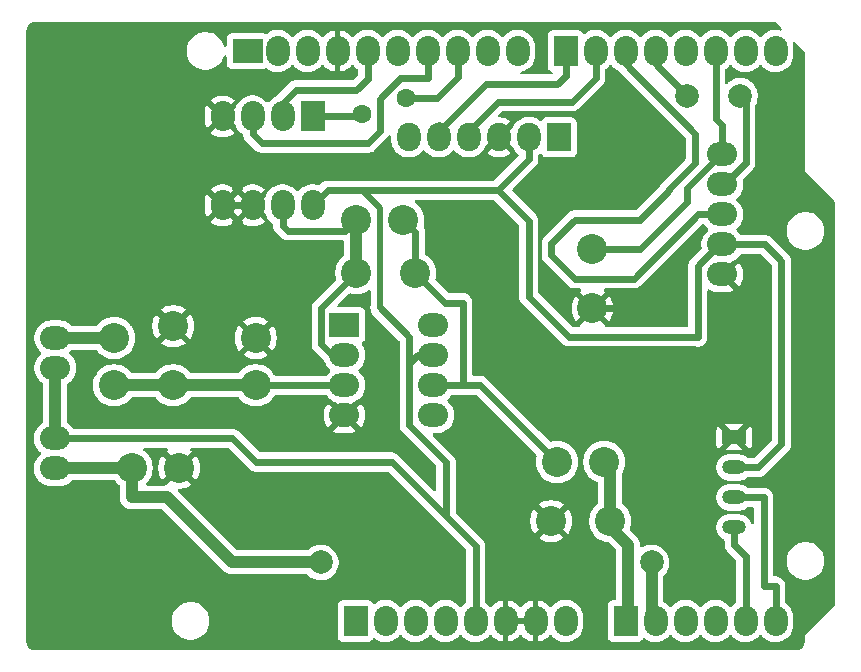
<source format=gbr>
%TF.GenerationSoftware,KiCad,Pcbnew,9.0.0*%
%TF.CreationDate,2025-03-18T10:52:27+01:00*%
%TF.ProjectId,Sheild UNO M&M,53686569-6c64-4205-954e-4f204d264d2e,rev?*%
%TF.SameCoordinates,Original*%
%TF.FileFunction,Copper,L2,Bot*%
%TF.FilePolarity,Positive*%
%FSLAX46Y46*%
G04 Gerber Fmt 4.6, Leading zero omitted, Abs format (unit mm)*
G04 Created by KiCad (PCBNEW 9.0.0) date 2025-03-18 10:52:27*
%MOMM*%
%LPD*%
G01*
G04 APERTURE LIST*
%TA.AperFunction,ComponentPad*%
%ADD10R,2.540000X2.000000*%
%TD*%
%TA.AperFunction,ComponentPad*%
%ADD11O,2.540000X2.000000*%
%TD*%
%TA.AperFunction,ComponentPad*%
%ADD12R,2.000000X2.540000*%
%TD*%
%TA.AperFunction,ComponentPad*%
%ADD13O,2.000000X2.540000*%
%TD*%
%TA.AperFunction,ComponentPad*%
%ADD14C,2.540000*%
%TD*%
%TA.AperFunction,ComponentPad*%
%ADD15R,2.000000X1.200000*%
%TD*%
%TA.AperFunction,ComponentPad*%
%ADD16O,2.000000X1.200000*%
%TD*%
%TA.AperFunction,ComponentPad*%
%ADD17R,2.000000X2.400000*%
%TD*%
%TA.AperFunction,ComponentPad*%
%ADD18O,2.000000X2.400000*%
%TD*%
%TA.AperFunction,ViaPad*%
%ADD19C,1.600000*%
%TD*%
%TA.AperFunction,ViaPad*%
%ADD20C,2.000000*%
%TD*%
%TA.AperFunction,Conductor*%
%ADD21C,0.600000*%
%TD*%
%TA.AperFunction,Conductor*%
%ADD22C,0.500000*%
%TD*%
%TA.AperFunction,Conductor*%
%ADD23C,1.000000*%
%TD*%
G04 APERTURE END LIST*
D10*
%TO.P,U4,1*%
%TO.N,N/C*%
X127000000Y-72420000D03*
D11*
%TO.P,U4,2,-*%
%TO.N,R2*%
X127000000Y-74960000D03*
%TO.P,U4,3,+*%
%TO.N,Net-(U4-+)*%
X127000000Y-77500000D03*
%TO.P,U4,4,V-*%
%TO.N,GND*%
X127000000Y-80040000D03*
%TO.P,U4,5,Ext_Clock*%
%TO.N,unconnected-(U4-Ext_Clock-Pad5)*%
X134520000Y-80040000D03*
%TO.P,U4,6*%
%TO.N,Net-(C4-Pad2)*%
X134520000Y-77500000D03*
%TO.P,U4,7,V+*%
%TO.N,5V*%
X134520000Y-74960000D03*
%TO.P,U4,8,NC*%
%TO.N,unconnected-(U4-NC-Pad8)*%
X134520000Y-72420000D03*
%TD*%
D12*
%TO.P,J1,1,Pin_1*%
%TO.N,unconnected-(J1-Pin_1-Pad1)*%
X127940000Y-97460000D03*
D13*
%TO.P,J1,2,Pin_2*%
%TO.N,/IOREF*%
X130480000Y-97460000D03*
%TO.P,J1,3,Pin_3*%
%TO.N,/~{RESET}*%
X133020000Y-97460000D03*
%TO.P,J1,4,Pin_4*%
%TO.N,+3V3*%
X135560000Y-97460000D03*
%TO.P,J1,5,Pin_5*%
%TO.N,5V*%
X138100000Y-97460000D03*
%TO.P,J1,6,Pin_6*%
%TO.N,GND*%
X140640000Y-97460000D03*
%TO.P,J1,7,Pin_7*%
X143180000Y-97460000D03*
%TO.P,J1,8,Pin_8*%
%TO.N,VCC*%
X145720000Y-97460000D03*
%TD*%
D12*
%TO.P,J2,1,Pin_1*%
%TO.N,AmpOut*%
X150800000Y-97460000D03*
D13*
%TO.P,J2,2,Pin_2*%
%TO.N,A1*%
X153340000Y-97460000D03*
%TO.P,J2,3,Pin_3*%
%TO.N,/A2*%
X155880000Y-97460000D03*
%TO.P,J2,4,Pin_4*%
%TO.N,/A3*%
X158420000Y-97460000D03*
%TO.P,J2,5,Pin_5*%
%TO.N,SDA*%
X160960000Y-97460000D03*
%TO.P,J2,6,Pin_6*%
%TO.N,SCL*%
X163500000Y-97460000D03*
%TD*%
D10*
%TO.P,J3,1,Pin_1*%
%TO.N,SCL*%
X118796000Y-49200000D03*
D13*
%TO.P,J3,2,Pin_2*%
%TO.N,SDA*%
X121336000Y-49200000D03*
%TO.P,J3,3,Pin_3*%
%TO.N,/AREF*%
X123876000Y-49200000D03*
%TO.P,J3,4,Pin_4*%
%TO.N,GND*%
X126416000Y-49200000D03*
%TO.P,J3,5,Pin_5*%
%TO.N,SCK*%
X128956000Y-49200000D03*
%TO.P,J3,6,Pin_6*%
%TO.N,/12*%
X131496000Y-49200000D03*
%TO.P,J3,7,Pin_7*%
%TO.N,SI*%
X134036000Y-49200000D03*
%TO.P,J3,8,Pin_8*%
%TO.N,CS*%
X136576000Y-49200000D03*
%TO.P,J3,9,Pin_9*%
%TO.N,/\u002A9*%
X139116000Y-49200000D03*
%TO.P,J3,10,Pin_10*%
%TO.N,/8*%
X141656000Y-49200000D03*
%TD*%
D12*
%TO.P,J4,1,Pin_1*%
%TO.N,Rx*%
X145720000Y-49200000D03*
D13*
%TO.P,J4,2,Pin_2*%
%TO.N,Tx*%
X148260000Y-49200000D03*
%TO.P,J4,3,Pin_3*%
%TO.N,SW*%
X150800000Y-49200000D03*
%TO.P,J4,4,Pin_4*%
%TO.N,DT*%
X153340000Y-49200000D03*
%TO.P,J4,5,Pin_5*%
%TO.N,/\u002A3*%
X155880000Y-49200000D03*
%TO.P,J4,6,Pin_6*%
%TO.N,CLK*%
X158420000Y-49200000D03*
%TO.P,J4,7,Pin_7*%
%TO.N,/TX{slash}1*%
X160960000Y-49200000D03*
%TO.P,J4,8,Pin_8*%
%TO.N,/RX{slash}0*%
X163500000Y-49200000D03*
%TD*%
D14*
%TO.P,R7,1*%
%TO.N,A1*%
X109000000Y-84500000D03*
%TO.P,R7,2*%
%TO.N,GND*%
X113000000Y-84500000D03*
%TD*%
%TO.P,C2,1*%
%TO.N,AmpOut*%
X149500000Y-89000000D03*
%TO.P,C2,2*%
%TO.N,GND*%
X144500000Y-89000000D03*
%TD*%
D15*
%TO.P,DS1,1,GND*%
%TO.N,GND*%
X160000000Y-81920000D03*
D16*
%TO.P,DS1,2,VCC*%
%TO.N,5V*%
X160000000Y-84460000D03*
%TO.P,DS1,3,SCL*%
%TO.N,SCL*%
X160000000Y-87000000D03*
%TO.P,DS1,4,SDA*%
%TO.N,SDA*%
X160000000Y-89540000D03*
%TD*%
D14*
%TO.P,R6,1*%
%TO.N,Net-(C4-Pad2)*%
X145000000Y-84000000D03*
%TO.P,R6,2*%
%TO.N,AmpOut*%
X149000000Y-84000000D03*
%TD*%
D11*
%TO.P,J6,1,Pin_1*%
%TO.N,Net-(J6-Pin_1)*%
X102525000Y-73500000D03*
%TO.P,J6,2,Pin_2*%
%TO.N,5V*%
X102525000Y-76040000D03*
%TD*%
D14*
%TO.P,C4,1*%
%TO.N,R2*%
X128000000Y-68000000D03*
%TO.P,C4,2*%
%TO.N,Net-(C4-Pad2)*%
X133000000Y-68000000D03*
%TD*%
%TO.P,R5,1*%
%TO.N,Net-(J6-Pin_1)*%
X107500000Y-73500000D03*
%TO.P,R5,2*%
%TO.N,Net-(U4-+)*%
X107500000Y-77500000D03*
%TD*%
%TO.P,R3,1*%
%TO.N,R2*%
X128000000Y-63500000D03*
%TO.P,R3,2*%
%TO.N,Net-(C4-Pad2)*%
X132000000Y-63500000D03*
%TD*%
D11*
%TO.P,J5,1,Pin_1*%
%TO.N,A1*%
X102500000Y-84540000D03*
%TO.P,J5,2,Pin_2*%
%TO.N,5V*%
X102500000Y-82000000D03*
%TD*%
D14*
%TO.P,C5,1*%
%TO.N,CLK*%
X148000000Y-66000000D03*
%TO.P,C5,2*%
%TO.N,GND*%
X148000000Y-71000000D03*
%TD*%
%TO.P,R1,1*%
%TO.N,Net-(U4-+)*%
X119500000Y-77500000D03*
%TO.P,R1,2*%
%TO.N,GND*%
X119500000Y-73500000D03*
%TD*%
D12*
%TO.P,U2,1,~{CS}*%
%TO.N,CS*%
X124310000Y-54740000D03*
D13*
%TO.P,U2,2,SCK*%
%TO.N,SCK*%
X121770000Y-54740000D03*
%TO.P,U2,3,SI*%
%TO.N,SI*%
X119230000Y-54740000D03*
%TO.P,U2,4,VSS*%
%TO.N,GND*%
X116690000Y-54740000D03*
%TO.P,U2,5,PA0*%
X116690000Y-62260000D03*
%TO.P,U2,6,PW0*%
X119230000Y-62260000D03*
%TO.P,U2,7,PB0*%
%TO.N,R2*%
X121770000Y-62260000D03*
%TO.P,U2,8,VDD*%
%TO.N,5V*%
X124310000Y-62260000D03*
%TD*%
D11*
%TO.P,1,1,CLK*%
%TO.N,CLK*%
X159000000Y-57960000D03*
%TO.P,1,2,DT*%
%TO.N,DT*%
X159000000Y-60500000D03*
%TO.P,1,3,SW*%
%TO.N,SW*%
X159000000Y-63040000D03*
%TO.P,1,4,+*%
%TO.N,5V*%
X159000000Y-65580000D03*
%TO.P,1,5,GND*%
%TO.N,GND*%
X159000000Y-68120000D03*
%TD*%
D14*
%TO.P,C1,1*%
%TO.N,Net-(U4-+)*%
X112500000Y-77500000D03*
%TO.P,C1,2*%
%TO.N,GND*%
X112500000Y-72500000D03*
%TD*%
D17*
%TO.P,U1,1,Enable/Key*%
%TO.N,unconnected-(U1-Enable{slash}Key-Pad1)*%
X145160000Y-56500000D03*
D18*
%TO.P,U1,2,VCC*%
%TO.N,5V*%
X142620000Y-56500000D03*
%TO.P,U1,3,GND*%
%TO.N,GND*%
X140080000Y-56500000D03*
%TO.P,U1,4,Tx*%
%TO.N,Tx*%
X137540000Y-56500000D03*
%TO.P,U1,5,Rx*%
%TO.N,Rx*%
X135000000Y-56500000D03*
%TO.P,U1,6,STATE*%
%TO.N,unconnected-(U1-STATE-Pad6)*%
X132460000Y-56500000D03*
%TD*%
D19*
%TO.N,CS*%
X132178661Y-53178661D03*
X128500000Y-54500000D03*
D20*
%TO.N,GND*%
X153000000Y-76500000D03*
X153000000Y-71000000D03*
%TO.N,DT*%
X156000000Y-53000000D03*
X160500000Y-53000000D03*
X160500000Y-53000000D03*
%TO.N,A1*%
X153000000Y-92500000D03*
X125000000Y-92500000D03*
%TD*%
D21*
%TO.N,SI*%
X134000000Y-51500000D02*
X134036000Y-51464000D01*
X131734587Y-51500000D02*
X134000000Y-51500000D01*
X130000000Y-53234587D02*
X131734587Y-51500000D01*
X119230000Y-56230000D02*
X120000000Y-57000000D01*
X134036000Y-51464000D02*
X134036000Y-49200000D01*
X129000000Y-57000000D02*
X130000000Y-56000000D01*
X119230000Y-54740000D02*
X119230000Y-56230000D01*
X120000000Y-57000000D02*
X129000000Y-57000000D01*
X130000000Y-56000000D02*
X130000000Y-53234587D01*
%TO.N,CS*%
X136576000Y-51424000D02*
X136576000Y-49200000D01*
X134821339Y-53178661D02*
X136576000Y-51424000D01*
X132178661Y-53178661D02*
X134821339Y-53178661D01*
%TO.N,DT*%
X153340000Y-50340000D02*
X153340000Y-49200000D01*
X156000000Y-53000000D02*
X153340000Y-50340000D01*
%TO.N,SW*%
X150800000Y-50300000D02*
X150800000Y-49200000D01*
X156704398Y-56204398D02*
X150800000Y-50300000D01*
X156704398Y-58704397D02*
X156704398Y-56204398D01*
X154500000Y-60908795D02*
X156704398Y-58704397D01*
X154500000Y-61000000D02*
X154500000Y-60908795D01*
X152000000Y-63500000D02*
X154500000Y-61000000D01*
X146500000Y-63500000D02*
X152000000Y-63500000D01*
X144500000Y-66500000D02*
X144500000Y-65500000D01*
X156960000Y-63040000D02*
X151500000Y-68500000D01*
X144500000Y-65500000D02*
X146500000Y-63500000D01*
X151500000Y-68500000D02*
X146500000Y-68500000D01*
X159000000Y-63040000D02*
X156960000Y-63040000D01*
X146500000Y-68500000D02*
X144500000Y-66500000D01*
%TO.N,Tx*%
X137540000Y-55960000D02*
X140000000Y-53500000D01*
X137540000Y-56500000D02*
X137540000Y-55960000D01*
%TO.N,Rx*%
X135000000Y-56000000D02*
X135000000Y-56500000D01*
X139000000Y-52000000D02*
X135000000Y-56000000D01*
X139000000Y-52000000D02*
X145000000Y-52000000D01*
%TO.N,5V*%
X142620000Y-58380000D02*
X142620000Y-56500000D01*
X140000000Y-61000000D02*
X142620000Y-58380000D01*
%TO.N,Tx*%
X140000000Y-53500000D02*
X146260000Y-53500000D01*
X137540000Y-55960000D02*
X137540000Y-57000000D01*
%TO.N,Rx*%
X135000000Y-55500000D02*
X135000000Y-57000000D01*
%TO.N,CS*%
X128260000Y-54740000D02*
X128500000Y-54500000D01*
X124310000Y-54740000D02*
X128260000Y-54740000D01*
%TO.N,5V*%
X146000000Y-73399258D02*
X142600742Y-70000000D01*
X156899258Y-73399258D02*
X146000000Y-73399258D01*
X142600742Y-70000000D02*
X142600742Y-63600742D01*
X142600742Y-63600742D02*
X140000000Y-61000000D01*
%TO.N,SCK*%
X128956000Y-51544000D02*
X128956000Y-49200000D01*
X128000000Y-52500000D02*
X128956000Y-51544000D01*
%TO.N,R2*%
X121770000Y-63990000D02*
X121770000Y-62260000D01*
X122211000Y-64431000D02*
X121770000Y-63990000D01*
%TO.N,5V*%
X138100000Y-91100000D02*
X138100000Y-97460000D01*
X135750000Y-88750000D02*
X138100000Y-91100000D01*
X135000000Y-61000000D02*
X140000000Y-61000000D01*
%TO.N,GND*%
X153000000Y-76500000D02*
X156500000Y-76500000D01*
X148000000Y-71000000D02*
X153000000Y-71000000D01*
%TO.N,5V*%
X164000000Y-82500000D02*
X164000000Y-67000000D01*
X162040000Y-84460000D02*
X164000000Y-82500000D01*
X164000000Y-67000000D02*
X162580000Y-65580000D01*
X162580000Y-65580000D02*
X159000000Y-65580000D01*
X160000000Y-84460000D02*
X162040000Y-84460000D01*
%TO.N,SW*%
X150500000Y-49500000D02*
X150800000Y-49200000D01*
%TO.N,CLK*%
X158864423Y-57960000D02*
X159000000Y-57960000D01*
X156000000Y-62000000D02*
X156000000Y-60824423D01*
X156000000Y-60824423D02*
X158864423Y-57960000D01*
%TO.N,Tx*%
X148260000Y-51500000D02*
X148260000Y-49200000D01*
X146260000Y-53500000D02*
X148260000Y-51500000D01*
%TO.N,Rx*%
X145000000Y-52000000D02*
X145720000Y-51280000D01*
X145720000Y-51280000D02*
X145720000Y-49200000D01*
%TO.N,R2*%
X127069000Y-64431000D02*
X128000000Y-63500000D01*
X122211000Y-64431000D02*
X127069000Y-64431000D01*
%TO.N,GND*%
X116690000Y-62260000D02*
X119230000Y-62260000D01*
%TO.N,Net-(C4-Pad2)*%
X133000000Y-64500000D02*
X132000000Y-63500000D01*
X133000000Y-68000000D02*
X133000000Y-64500000D01*
%TO.N,5V*%
X132500000Y-73415000D02*
X130000000Y-70915000D01*
X132500000Y-75650000D02*
X132500000Y-73415000D01*
X133190000Y-74960000D02*
X134520000Y-74960000D01*
X132500000Y-80900578D02*
X132500000Y-75650000D01*
X132500000Y-75650000D02*
X133190000Y-74960000D01*
X135599422Y-84000000D02*
X132500000Y-80900578D01*
X135599422Y-88599422D02*
X135599422Y-84000000D01*
X135750000Y-88750000D02*
X135599422Y-88599422D01*
%TO.N,Net-(U4-+)*%
X127000000Y-77500000D02*
X119500000Y-77500000D01*
%TO.N,R2*%
X125960000Y-74960000D02*
X127000000Y-74960000D01*
X125029000Y-70971000D02*
X125029000Y-74029000D01*
X125029000Y-74029000D02*
X125960000Y-74960000D01*
X128000000Y-68000000D02*
X125029000Y-70971000D01*
%TO.N,Net-(C4-Pad2)*%
X135500000Y-70500000D02*
X133000000Y-68000000D01*
X137000000Y-70500000D02*
X135500000Y-70500000D01*
X137000000Y-77500000D02*
X137000000Y-70500000D01*
X138500000Y-77500000D02*
X137000000Y-77500000D01*
X137000000Y-77500000D02*
X134520000Y-77500000D01*
X145000000Y-84000000D02*
X138500000Y-77500000D01*
%TO.N,CLK*%
X156000000Y-62000000D02*
X152000000Y-66000000D01*
X152000000Y-66000000D02*
X148000000Y-66000000D01*
%TO.N,5V*%
X128500000Y-61000000D02*
X135000000Y-61000000D01*
%TO.N,SCL*%
X162500000Y-94500000D02*
X163500000Y-94500000D01*
X163500000Y-94500000D02*
X163500000Y-97460000D01*
X162500000Y-87000000D02*
X162500000Y-94500000D01*
X160000000Y-87000000D02*
X162500000Y-87000000D01*
%TO.N,SDA*%
X160000000Y-91000000D02*
X160000000Y-89540000D01*
X161000000Y-92000000D02*
X160000000Y-91000000D01*
X160960000Y-92040000D02*
X161000000Y-92000000D01*
X160960000Y-97460000D02*
X160960000Y-92040000D01*
X161000000Y-97420000D02*
X160960000Y-97460000D01*
%TO.N,5V*%
X158723001Y-65580000D02*
X156929000Y-67374001D01*
X156929000Y-67374001D02*
X156929000Y-73429000D01*
X159000000Y-65580000D02*
X158723001Y-65580000D01*
%TO.N,DT*%
X160971000Y-53471000D02*
X160500000Y-53000000D01*
X159000000Y-60500000D02*
X159135577Y-60500000D01*
X159135577Y-60500000D02*
X160971000Y-58664577D01*
X160971000Y-58664577D02*
X160971000Y-53471000D01*
%TO.N,CLK*%
X158420000Y-54920000D02*
X159000000Y-55500000D01*
X158420000Y-49200000D02*
X158420000Y-54920000D01*
X159000000Y-55500000D02*
X159000000Y-57960000D01*
%TO.N,5V*%
X124310000Y-62260000D02*
X125570000Y-61000000D01*
X125570000Y-61000000D02*
X128500000Y-61000000D01*
X131000000Y-84000000D02*
X135750000Y-88750000D01*
X117500000Y-82000000D02*
X119500000Y-84000000D01*
X102500000Y-82000000D02*
X117500000Y-82000000D01*
X119500000Y-84000000D02*
X131000000Y-84000000D01*
%TO.N,SCK*%
X121770000Y-53608000D02*
X122878000Y-52500000D01*
X122878000Y-52500000D02*
X128000000Y-52500000D01*
X121770000Y-54740000D02*
X121770000Y-53608000D01*
D22*
%TO.N,5V*%
X130000000Y-62500000D02*
X128500000Y-61000000D01*
X130000000Y-70915000D02*
X130000000Y-62500000D01*
D23*
%TO.N,AmpOut*%
X151000000Y-91000000D02*
X151000000Y-97260000D01*
X149000000Y-89000000D02*
X149500000Y-89500000D01*
X149500000Y-89500000D02*
X151000000Y-91000000D01*
X149500000Y-89000000D02*
X149500000Y-84500000D01*
X151000000Y-97260000D02*
X150800000Y-97460000D01*
X149500000Y-84500000D02*
X149000000Y-84000000D01*
%TO.N,5V*%
X102500000Y-76065000D02*
X102525000Y-76040000D01*
X102500000Y-82000000D02*
X102500000Y-76065000D01*
%TO.N,Net-(U4-+)*%
X126425000Y-77500000D02*
X126695000Y-77770000D01*
X112500000Y-77500000D02*
X119500000Y-77500000D01*
X107500000Y-77500000D02*
X112500000Y-77500000D01*
%TO.N,R2*%
X128000000Y-68000000D02*
X128000000Y-64000000D01*
%TO.N,A1*%
X102540000Y-84500000D02*
X102500000Y-84540000D01*
X153000000Y-92500000D02*
X153000000Y-97120000D01*
X125000000Y-92500000D02*
X117500000Y-92500000D01*
X117500000Y-92500000D02*
X112000000Y-87000000D01*
X112000000Y-87000000D02*
X109000000Y-87000000D01*
X153000000Y-97120000D02*
X153340000Y-97460000D01*
X109000000Y-87000000D02*
X109000000Y-84500000D01*
X109000000Y-84500000D02*
X102540000Y-84500000D01*
%TO.N,SCK*%
X129000000Y-49244000D02*
X128956000Y-49200000D01*
%TO.N,Net-(J6-Pin_1)*%
X102525000Y-73500000D02*
X107500000Y-73500000D01*
%TD*%
%TA.AperFunction,Conductor*%
%TO.N,GND*%
G36*
X163484404Y-46755185D02*
G01*
X163505046Y-46771819D01*
X163989636Y-47256409D01*
X164023121Y-47317732D01*
X164018137Y-47387424D01*
X163976265Y-47443357D01*
X163910801Y-47467774D01*
X163863638Y-47462022D01*
X163853240Y-47458643D01*
X163618727Y-47421500D01*
X163618722Y-47421500D01*
X163381278Y-47421500D01*
X163381273Y-47421500D01*
X163146758Y-47458643D01*
X162920932Y-47532019D01*
X162709372Y-47639815D01*
X162517275Y-47779382D01*
X162349382Y-47947275D01*
X162349375Y-47947284D01*
X162330317Y-47973515D01*
X162274987Y-48016181D01*
X162205374Y-48022159D01*
X162143579Y-47989553D01*
X162129683Y-47973515D01*
X162110624Y-47947284D01*
X162110622Y-47947281D01*
X162110620Y-47947278D01*
X161942722Y-47779380D01*
X161750627Y-47639815D01*
X161748851Y-47638910D01*
X161539067Y-47532019D01*
X161313241Y-47458643D01*
X161078727Y-47421500D01*
X161078722Y-47421500D01*
X160841278Y-47421500D01*
X160841273Y-47421500D01*
X160606758Y-47458643D01*
X160380932Y-47532019D01*
X160169372Y-47639815D01*
X159977275Y-47779382D01*
X159809382Y-47947275D01*
X159809375Y-47947284D01*
X159790317Y-47973515D01*
X159734987Y-48016181D01*
X159665374Y-48022159D01*
X159603579Y-47989553D01*
X159589683Y-47973515D01*
X159570624Y-47947284D01*
X159570622Y-47947281D01*
X159570620Y-47947278D01*
X159402722Y-47779380D01*
X159210627Y-47639815D01*
X159208851Y-47638910D01*
X158999067Y-47532019D01*
X158773241Y-47458643D01*
X158538727Y-47421500D01*
X158538722Y-47421500D01*
X158301278Y-47421500D01*
X158301273Y-47421500D01*
X158066758Y-47458643D01*
X157840932Y-47532019D01*
X157629372Y-47639815D01*
X157437275Y-47779382D01*
X157269382Y-47947275D01*
X157269375Y-47947284D01*
X157250317Y-47973515D01*
X157194987Y-48016181D01*
X157125374Y-48022159D01*
X157063579Y-47989553D01*
X157049683Y-47973515D01*
X157030624Y-47947284D01*
X157030622Y-47947281D01*
X157030620Y-47947278D01*
X156862722Y-47779380D01*
X156670627Y-47639815D01*
X156668851Y-47638910D01*
X156459067Y-47532019D01*
X156233241Y-47458643D01*
X155998727Y-47421500D01*
X155998722Y-47421500D01*
X155761278Y-47421500D01*
X155761273Y-47421500D01*
X155526758Y-47458643D01*
X155300932Y-47532019D01*
X155089372Y-47639815D01*
X154897275Y-47779382D01*
X154729382Y-47947275D01*
X154729375Y-47947284D01*
X154710317Y-47973515D01*
X154654987Y-48016181D01*
X154585374Y-48022159D01*
X154523579Y-47989553D01*
X154509683Y-47973515D01*
X154490624Y-47947284D01*
X154490622Y-47947281D01*
X154490620Y-47947278D01*
X154322722Y-47779380D01*
X154130627Y-47639815D01*
X154128851Y-47638910D01*
X153919067Y-47532019D01*
X153693241Y-47458643D01*
X153458727Y-47421500D01*
X153458722Y-47421500D01*
X153221278Y-47421500D01*
X153221273Y-47421500D01*
X152986758Y-47458643D01*
X152760932Y-47532019D01*
X152549372Y-47639815D01*
X152357275Y-47779382D01*
X152189382Y-47947275D01*
X152189375Y-47947284D01*
X152170317Y-47973515D01*
X152114987Y-48016181D01*
X152045374Y-48022159D01*
X151983579Y-47989553D01*
X151969683Y-47973515D01*
X151950624Y-47947284D01*
X151950622Y-47947281D01*
X151950620Y-47947278D01*
X151782722Y-47779380D01*
X151590627Y-47639815D01*
X151588851Y-47638910D01*
X151379067Y-47532019D01*
X151153241Y-47458643D01*
X150918727Y-47421500D01*
X150918722Y-47421500D01*
X150681278Y-47421500D01*
X150681273Y-47421500D01*
X150446758Y-47458643D01*
X150220932Y-47532019D01*
X150009372Y-47639815D01*
X149817275Y-47779382D01*
X149649382Y-47947275D01*
X149649375Y-47947284D01*
X149630317Y-47973515D01*
X149574987Y-48016181D01*
X149505374Y-48022159D01*
X149443579Y-47989553D01*
X149429683Y-47973515D01*
X149410624Y-47947284D01*
X149410622Y-47947281D01*
X149410620Y-47947278D01*
X149242722Y-47779380D01*
X149050627Y-47639815D01*
X149048851Y-47638910D01*
X148839067Y-47532019D01*
X148613241Y-47458643D01*
X148378727Y-47421500D01*
X148378722Y-47421500D01*
X148141278Y-47421500D01*
X148141273Y-47421500D01*
X147906758Y-47458643D01*
X147680932Y-47532019D01*
X147469373Y-47639814D01*
X147352591Y-47724661D01*
X147286784Y-47748140D01*
X147218730Y-47732314D01*
X147177181Y-47690164D01*
X147176204Y-47690896D01*
X147137964Y-47639814D01*
X147083261Y-47566739D01*
X146966204Y-47479111D01*
X146933557Y-47466934D01*
X146829203Y-47428011D01*
X146768654Y-47421500D01*
X146768638Y-47421500D01*
X144671362Y-47421500D01*
X144671345Y-47421500D01*
X144610797Y-47428011D01*
X144610795Y-47428011D01*
X144473795Y-47479111D01*
X144356739Y-47566739D01*
X144269111Y-47683795D01*
X144218011Y-47820795D01*
X144218011Y-47820797D01*
X144211500Y-47881345D01*
X144211500Y-50518654D01*
X144218011Y-50579202D01*
X144218011Y-50579204D01*
X144266463Y-50709104D01*
X144269111Y-50716204D01*
X144356739Y-50833261D01*
X144473796Y-50920889D01*
X144506441Y-50933065D01*
X144555380Y-50951319D01*
X144611313Y-50993191D01*
X144635729Y-51058655D01*
X144620877Y-51126928D01*
X144571471Y-51176333D01*
X144512045Y-51191500D01*
X142005463Y-51191500D01*
X141938424Y-51171815D01*
X141892669Y-51119011D01*
X141882725Y-51049853D01*
X141911750Y-50986297D01*
X141970528Y-50948523D01*
X141986065Y-50945027D01*
X142009241Y-50941356D01*
X142034764Y-50933063D01*
X142235063Y-50867982D01*
X142446627Y-50760185D01*
X142638722Y-50620620D01*
X142806620Y-50452722D01*
X142946185Y-50260627D01*
X143053982Y-50049063D01*
X143127356Y-49823241D01*
X143128760Y-49814379D01*
X143164500Y-49588727D01*
X143164500Y-48811272D01*
X143127356Y-48576758D01*
X143057302Y-48361155D01*
X143053982Y-48350937D01*
X143053980Y-48350934D01*
X143053980Y-48350932D01*
X142997114Y-48239328D01*
X142946185Y-48139373D01*
X142806620Y-47947278D01*
X142638722Y-47779380D01*
X142446627Y-47639815D01*
X142444851Y-47638910D01*
X142235067Y-47532019D01*
X142009241Y-47458643D01*
X141774727Y-47421500D01*
X141774722Y-47421500D01*
X141537278Y-47421500D01*
X141537273Y-47421500D01*
X141302758Y-47458643D01*
X141076932Y-47532019D01*
X140865372Y-47639815D01*
X140673275Y-47779382D01*
X140505382Y-47947275D01*
X140505375Y-47947284D01*
X140486317Y-47973515D01*
X140430987Y-48016181D01*
X140361374Y-48022159D01*
X140299579Y-47989553D01*
X140285683Y-47973515D01*
X140266624Y-47947284D01*
X140266622Y-47947281D01*
X140266620Y-47947278D01*
X140098722Y-47779380D01*
X139906627Y-47639815D01*
X139904851Y-47638910D01*
X139695067Y-47532019D01*
X139469241Y-47458643D01*
X139234727Y-47421500D01*
X139234722Y-47421500D01*
X138997278Y-47421500D01*
X138997273Y-47421500D01*
X138762758Y-47458643D01*
X138536932Y-47532019D01*
X138325372Y-47639815D01*
X138133275Y-47779382D01*
X137965382Y-47947275D01*
X137965375Y-47947284D01*
X137946317Y-47973515D01*
X137890987Y-48016181D01*
X137821374Y-48022159D01*
X137759579Y-47989553D01*
X137745683Y-47973515D01*
X137726624Y-47947284D01*
X137726622Y-47947281D01*
X137726620Y-47947278D01*
X137558722Y-47779380D01*
X137366627Y-47639815D01*
X137364851Y-47638910D01*
X137155067Y-47532019D01*
X136929241Y-47458643D01*
X136694727Y-47421500D01*
X136694722Y-47421500D01*
X136457278Y-47421500D01*
X136457273Y-47421500D01*
X136222758Y-47458643D01*
X135996932Y-47532019D01*
X135785372Y-47639815D01*
X135593275Y-47779382D01*
X135425382Y-47947275D01*
X135425375Y-47947284D01*
X135406317Y-47973515D01*
X135350987Y-48016181D01*
X135281374Y-48022159D01*
X135219579Y-47989553D01*
X135205683Y-47973515D01*
X135186624Y-47947284D01*
X135186622Y-47947281D01*
X135186620Y-47947278D01*
X135018722Y-47779380D01*
X134826627Y-47639815D01*
X134824851Y-47638910D01*
X134615067Y-47532019D01*
X134389241Y-47458643D01*
X134154727Y-47421500D01*
X134154722Y-47421500D01*
X133917278Y-47421500D01*
X133917273Y-47421500D01*
X133682758Y-47458643D01*
X133456932Y-47532019D01*
X133245372Y-47639815D01*
X133053275Y-47779382D01*
X132885382Y-47947275D01*
X132885375Y-47947284D01*
X132866317Y-47973515D01*
X132810987Y-48016181D01*
X132741374Y-48022159D01*
X132679579Y-47989553D01*
X132665683Y-47973515D01*
X132646624Y-47947284D01*
X132646622Y-47947281D01*
X132646620Y-47947278D01*
X132478722Y-47779380D01*
X132286627Y-47639815D01*
X132284851Y-47638910D01*
X132075067Y-47532019D01*
X131849241Y-47458643D01*
X131614727Y-47421500D01*
X131614722Y-47421500D01*
X131377278Y-47421500D01*
X131377273Y-47421500D01*
X131142758Y-47458643D01*
X130916932Y-47532019D01*
X130705372Y-47639815D01*
X130513275Y-47779382D01*
X130345382Y-47947275D01*
X130345375Y-47947284D01*
X130326317Y-47973515D01*
X130270987Y-48016181D01*
X130201374Y-48022159D01*
X130139579Y-47989553D01*
X130125683Y-47973515D01*
X130106624Y-47947284D01*
X130106622Y-47947281D01*
X130106620Y-47947278D01*
X129938722Y-47779380D01*
X129746627Y-47639815D01*
X129744851Y-47638910D01*
X129535067Y-47532019D01*
X129309241Y-47458643D01*
X129074727Y-47421500D01*
X129074722Y-47421500D01*
X128837278Y-47421500D01*
X128837273Y-47421500D01*
X128602758Y-47458643D01*
X128376932Y-47532019D01*
X128165372Y-47639815D01*
X127973275Y-47779382D01*
X127805379Y-47947278D01*
X127781063Y-47980747D01*
X127725733Y-48023412D01*
X127656119Y-48029390D01*
X127594325Y-47996783D01*
X127580428Y-47980746D01*
X127560134Y-47952814D01*
X127393186Y-47785866D01*
X127202171Y-47647085D01*
X126991802Y-47539897D01*
X126767247Y-47466934D01*
X126666000Y-47450897D01*
X126666000Y-48766988D01*
X126608993Y-48734075D01*
X126481826Y-48700000D01*
X126350174Y-48700000D01*
X126223007Y-48734075D01*
X126166000Y-48766988D01*
X126166000Y-47450897D01*
X126064752Y-47466934D01*
X125840197Y-47539897D01*
X125629828Y-47647085D01*
X125438813Y-47785866D01*
X125271866Y-47952813D01*
X125271861Y-47952819D01*
X125251569Y-47980748D01*
X125196238Y-48023412D01*
X125126624Y-48029390D01*
X125064830Y-47996782D01*
X125050935Y-47980745D01*
X125045682Y-47973515D01*
X125026620Y-47947278D01*
X124858722Y-47779380D01*
X124666627Y-47639815D01*
X124664851Y-47638910D01*
X124455067Y-47532019D01*
X124229241Y-47458643D01*
X123994727Y-47421500D01*
X123994722Y-47421500D01*
X123757278Y-47421500D01*
X123757273Y-47421500D01*
X123522758Y-47458643D01*
X123296932Y-47532019D01*
X123085372Y-47639815D01*
X122893275Y-47779382D01*
X122725382Y-47947275D01*
X122725375Y-47947284D01*
X122706317Y-47973515D01*
X122650987Y-48016181D01*
X122581374Y-48022159D01*
X122519579Y-47989553D01*
X122505683Y-47973515D01*
X122486624Y-47947284D01*
X122486622Y-47947281D01*
X122486620Y-47947278D01*
X122318722Y-47779380D01*
X122126627Y-47639815D01*
X122124851Y-47638910D01*
X121915067Y-47532019D01*
X121689241Y-47458643D01*
X121454727Y-47421500D01*
X121454722Y-47421500D01*
X121217278Y-47421500D01*
X121217273Y-47421500D01*
X120982758Y-47458643D01*
X120756932Y-47532019D01*
X120545373Y-47639814D01*
X120420724Y-47730377D01*
X120354917Y-47753856D01*
X120304504Y-47746239D01*
X120175203Y-47698011D01*
X120114654Y-47691500D01*
X120114638Y-47691500D01*
X117477362Y-47691500D01*
X117477345Y-47691500D01*
X117416797Y-47698011D01*
X117416795Y-47698011D01*
X117279795Y-47749111D01*
X117162739Y-47836739D01*
X117075111Y-47953795D01*
X117024011Y-48090795D01*
X117024011Y-48090797D01*
X117017500Y-48151345D01*
X117017500Y-48708350D01*
X116997815Y-48775389D01*
X116945011Y-48821144D01*
X116875853Y-48831088D01*
X116812297Y-48802063D01*
X116775569Y-48746669D01*
X116723239Y-48585616D01*
X116647357Y-48436690D01*
X116608870Y-48361155D01*
X116589952Y-48335117D01*
X116460798Y-48157350D01*
X116460794Y-48157345D01*
X116282654Y-47979205D01*
X116282649Y-47979201D01*
X116078848Y-47831132D01*
X116078847Y-47831131D01*
X116078845Y-47831130D01*
X116008747Y-47795413D01*
X115854383Y-47716760D01*
X115614785Y-47638910D01*
X115365962Y-47599500D01*
X115114038Y-47599500D01*
X114989626Y-47619205D01*
X114865214Y-47638910D01*
X114625616Y-47716760D01*
X114401151Y-47831132D01*
X114197350Y-47979201D01*
X114197345Y-47979205D01*
X114019205Y-48157345D01*
X114019201Y-48157350D01*
X113871132Y-48361151D01*
X113756760Y-48585616D01*
X113678910Y-48825214D01*
X113639500Y-49074038D01*
X113639500Y-49325961D01*
X113678910Y-49574785D01*
X113756760Y-49814383D01*
X113871132Y-50038848D01*
X114019201Y-50242649D01*
X114019205Y-50242654D01*
X114197345Y-50420794D01*
X114197350Y-50420798D01*
X114241293Y-50452724D01*
X114401155Y-50568870D01*
X114544184Y-50641747D01*
X114625616Y-50683239D01*
X114625618Y-50683239D01*
X114625621Y-50683241D01*
X114865215Y-50761090D01*
X115114038Y-50800500D01*
X115114039Y-50800500D01*
X115365961Y-50800500D01*
X115365962Y-50800500D01*
X115614785Y-50761090D01*
X115854379Y-50683241D01*
X116078845Y-50568870D01*
X116282656Y-50420793D01*
X116460793Y-50242656D01*
X116608870Y-50038845D01*
X116723241Y-49814379D01*
X116775569Y-49653329D01*
X116815007Y-49595655D01*
X116879366Y-49568457D01*
X116948212Y-49580372D01*
X116999688Y-49627616D01*
X117017500Y-49691649D01*
X117017500Y-50248654D01*
X117024011Y-50309202D01*
X117024011Y-50309204D01*
X117061348Y-50409304D01*
X117075111Y-50446204D01*
X117162739Y-50563261D01*
X117279796Y-50650889D01*
X117416799Y-50701989D01*
X117444050Y-50704918D01*
X117477345Y-50708499D01*
X117477362Y-50708500D01*
X120114638Y-50708500D01*
X120114654Y-50708499D01*
X120141692Y-50705591D01*
X120175201Y-50701989D01*
X120304507Y-50653759D01*
X120374197Y-50648774D01*
X120420723Y-50669621D01*
X120545373Y-50760185D01*
X120575323Y-50775445D01*
X120756932Y-50867980D01*
X120756934Y-50867980D01*
X120756937Y-50867982D01*
X120876662Y-50906883D01*
X120982758Y-50941356D01*
X121217273Y-50978500D01*
X121217278Y-50978500D01*
X121454727Y-50978500D01*
X121689241Y-50941356D01*
X121714764Y-50933063D01*
X121915063Y-50867982D01*
X122126627Y-50760185D01*
X122318722Y-50620620D01*
X122486620Y-50452722D01*
X122505681Y-50426487D01*
X122561010Y-50383820D01*
X122630624Y-50377840D01*
X122692419Y-50410446D01*
X122706319Y-50426487D01*
X122725376Y-50452718D01*
X122725379Y-50452721D01*
X122725380Y-50452722D01*
X122893278Y-50620620D01*
X123085373Y-50760185D01*
X123115323Y-50775445D01*
X123296932Y-50867980D01*
X123296934Y-50867980D01*
X123296937Y-50867982D01*
X123416662Y-50906883D01*
X123522758Y-50941356D01*
X123757273Y-50978500D01*
X123757278Y-50978500D01*
X123994727Y-50978500D01*
X124229241Y-50941356D01*
X124254764Y-50933063D01*
X124455063Y-50867982D01*
X124666627Y-50760185D01*
X124858722Y-50620620D01*
X125026620Y-50452722D01*
X125050935Y-50419253D01*
X125106261Y-50376589D01*
X125175874Y-50370608D01*
X125237670Y-50403212D01*
X125251570Y-50419252D01*
X125271863Y-50447183D01*
X125438813Y-50614133D01*
X125629828Y-50752914D01*
X125840195Y-50860102D01*
X126064744Y-50933063D01*
X126064750Y-50933065D01*
X126166000Y-50949101D01*
X126166000Y-49633012D01*
X126223007Y-49665925D01*
X126350174Y-49700000D01*
X126481826Y-49700000D01*
X126608993Y-49665925D01*
X126666000Y-49633012D01*
X126666000Y-50949100D01*
X126767249Y-50933065D01*
X126767255Y-50933063D01*
X126991804Y-50860102D01*
X127202171Y-50752914D01*
X127393186Y-50614133D01*
X127560137Y-50447182D01*
X127580426Y-50419256D01*
X127635755Y-50376589D01*
X127705368Y-50370608D01*
X127767164Y-50403212D01*
X127781064Y-50419254D01*
X127781066Y-50419257D01*
X127805380Y-50452722D01*
X127973278Y-50620620D01*
X128096386Y-50710063D01*
X128139051Y-50765391D01*
X128147500Y-50810380D01*
X128147500Y-51157746D01*
X128127815Y-51224785D01*
X128111181Y-51245427D01*
X127701427Y-51655181D01*
X127640104Y-51688666D01*
X127613746Y-51691500D01*
X122963764Y-51691500D01*
X122963744Y-51691499D01*
X122957630Y-51691499D01*
X122798370Y-51691499D01*
X122798368Y-51691499D01*
X122674637Y-51716111D01*
X122674630Y-51716112D01*
X122668085Y-51717415D01*
X122642169Y-51722570D01*
X122610155Y-51735831D01*
X122605086Y-51737930D01*
X122605072Y-51737935D01*
X122495028Y-51783517D01*
X122362611Y-51871996D01*
X122362607Y-51871999D01*
X121147028Y-53087578D01*
X121115642Y-53110382D01*
X120979372Y-53179815D01*
X120787275Y-53319382D01*
X120619382Y-53487275D01*
X120619375Y-53487284D01*
X120600317Y-53513515D01*
X120544987Y-53556181D01*
X120475374Y-53562159D01*
X120413579Y-53529553D01*
X120399683Y-53513515D01*
X120380624Y-53487284D01*
X120380620Y-53487278D01*
X120212722Y-53319380D01*
X120020627Y-53179815D01*
X120018994Y-53178983D01*
X119809067Y-53072019D01*
X119583241Y-52998643D01*
X119348727Y-52961500D01*
X119348722Y-52961500D01*
X119111278Y-52961500D01*
X119111273Y-52961500D01*
X118876758Y-52998643D01*
X118650932Y-53072019D01*
X118439372Y-53179815D01*
X118247275Y-53319382D01*
X118079382Y-53487275D01*
X117939815Y-53679372D01*
X117832017Y-53890936D01*
X117812050Y-53952388D01*
X117781801Y-54001749D01*
X117090000Y-54693550D01*
X117090000Y-54687339D01*
X117062741Y-54585606D01*
X117010080Y-54494394D01*
X116935606Y-54419920D01*
X116844394Y-54367259D01*
X116742661Y-54340000D01*
X116736448Y-54340000D01*
X117708884Y-53367564D01*
X117667186Y-53325866D01*
X117476171Y-53187085D01*
X117265802Y-53079897D01*
X117041247Y-53006934D01*
X117041248Y-53006934D01*
X116808052Y-52970000D01*
X116571948Y-52970000D01*
X116338752Y-53006934D01*
X116114197Y-53079897D01*
X115903828Y-53187085D01*
X115712813Y-53325866D01*
X115671116Y-53367564D01*
X116643552Y-54340000D01*
X116637339Y-54340000D01*
X116535606Y-54367259D01*
X116444394Y-54419920D01*
X116369920Y-54494394D01*
X116317259Y-54585606D01*
X116290000Y-54687339D01*
X116290000Y-54693552D01*
X115364281Y-53767833D01*
X115364281Y-53767834D01*
X115299898Y-53894194D01*
X115226934Y-54118752D01*
X115190000Y-54351947D01*
X115190000Y-55128052D01*
X115226934Y-55361247D01*
X115299897Y-55585802D01*
X115364282Y-55712164D01*
X116290000Y-54786447D01*
X116290000Y-54792661D01*
X116317259Y-54894394D01*
X116369920Y-54985606D01*
X116444394Y-55060080D01*
X116535606Y-55112741D01*
X116637339Y-55140000D01*
X116643552Y-55140000D01*
X115671116Y-56112436D01*
X115712813Y-56154133D01*
X115903828Y-56292914D01*
X116114197Y-56400102D01*
X116338752Y-56473065D01*
X116338751Y-56473065D01*
X116571948Y-56510000D01*
X116808052Y-56510000D01*
X117041247Y-56473065D01*
X117265802Y-56400102D01*
X117476171Y-56292914D01*
X117667186Y-56154133D01*
X117708884Y-56112436D01*
X116736448Y-55140000D01*
X116742661Y-55140000D01*
X116844394Y-55112741D01*
X116935606Y-55060080D01*
X117010080Y-54985606D01*
X117062741Y-54894394D01*
X117090000Y-54792661D01*
X117090000Y-54786448D01*
X117781801Y-55478249D01*
X117812051Y-55527611D01*
X117832019Y-55589067D01*
X117930483Y-55782312D01*
X117939815Y-55800627D01*
X118079380Y-55992722D01*
X118079382Y-55992724D01*
X118247281Y-56160623D01*
X118273842Y-56179920D01*
X118377020Y-56254882D01*
X118392915Y-56275495D01*
X118411703Y-56293515D01*
X118416326Y-56305854D01*
X118419686Y-56310211D01*
X118424725Y-56326319D01*
X118425283Y-56328650D01*
X118452570Y-56465831D01*
X118462020Y-56488644D01*
X118465767Y-56497692D01*
X118465769Y-56497697D01*
X118513516Y-56612968D01*
X118513517Y-56612971D01*
X118601996Y-56745388D01*
X118601999Y-56745392D01*
X119367656Y-57511047D01*
X119367677Y-57511070D01*
X119484605Y-57627998D01*
X119484608Y-57628000D01*
X119484611Y-57628003D01*
X119563991Y-57681042D01*
X119617031Y-57716483D01*
X119635587Y-57724169D01*
X119764169Y-57777430D01*
X119920365Y-57808499D01*
X119920369Y-57808500D01*
X119920370Y-57808500D01*
X129079631Y-57808500D01*
X129079632Y-57808499D01*
X129235831Y-57777430D01*
X129309399Y-57746956D01*
X129382968Y-57716484D01*
X129515389Y-57628003D01*
X130628003Y-56515389D01*
X130716484Y-56382968D01*
X130716486Y-56382961D01*
X130718139Y-56379871D01*
X130719436Y-56378549D01*
X130719869Y-56377903D01*
X130719991Y-56377984D01*
X130767100Y-56330025D01*
X130835237Y-56314562D01*
X130900917Y-56338391D01*
X130943289Y-56393947D01*
X130951500Y-56438320D01*
X130951500Y-56818727D01*
X130988643Y-57053241D01*
X131062019Y-57279067D01*
X131169813Y-57490623D01*
X131169815Y-57490627D01*
X131309380Y-57682722D01*
X131477278Y-57850620D01*
X131669373Y-57990185D01*
X131769328Y-58041114D01*
X131880932Y-58097980D01*
X131880934Y-58097980D01*
X131880937Y-58097982D01*
X132001984Y-58137312D01*
X132106758Y-58171356D01*
X132341273Y-58208500D01*
X132341278Y-58208500D01*
X132578727Y-58208500D01*
X132813241Y-58171356D01*
X132838758Y-58163065D01*
X133039063Y-58097982D01*
X133250627Y-57990185D01*
X133442722Y-57850620D01*
X133610620Y-57682722D01*
X133611841Y-57681042D01*
X133629681Y-57656487D01*
X133685010Y-57613820D01*
X133754624Y-57607840D01*
X133816419Y-57640446D01*
X133830319Y-57656487D01*
X133849376Y-57682718D01*
X133849380Y-57682722D01*
X134017278Y-57850620D01*
X134209373Y-57990185D01*
X134309328Y-58041114D01*
X134420932Y-58097980D01*
X134420934Y-58097980D01*
X134420937Y-58097982D01*
X134541984Y-58137312D01*
X134646758Y-58171356D01*
X134881273Y-58208500D01*
X134881278Y-58208500D01*
X135118727Y-58208500D01*
X135353241Y-58171356D01*
X135378758Y-58163065D01*
X135579063Y-58097982D01*
X135790627Y-57990185D01*
X135982722Y-57850620D01*
X136150620Y-57682722D01*
X136151841Y-57681042D01*
X136169681Y-57656487D01*
X136225010Y-57613820D01*
X136294624Y-57607840D01*
X136356419Y-57640446D01*
X136370319Y-57656487D01*
X136389376Y-57682718D01*
X136389380Y-57682722D01*
X136557278Y-57850620D01*
X136749373Y-57990185D01*
X136849328Y-58041114D01*
X136960932Y-58097980D01*
X136960934Y-58097980D01*
X136960937Y-58097982D01*
X137081984Y-58137312D01*
X137186758Y-58171356D01*
X137421273Y-58208500D01*
X137421278Y-58208500D01*
X137658727Y-58208500D01*
X137893241Y-58171356D01*
X137918758Y-58163065D01*
X138119063Y-58097982D01*
X138330627Y-57990185D01*
X138522722Y-57850620D01*
X138690620Y-57682722D01*
X138830185Y-57490627D01*
X138919301Y-57315724D01*
X138942100Y-57284346D01*
X139680000Y-56546447D01*
X139680000Y-56552661D01*
X139707259Y-56654394D01*
X139759920Y-56745606D01*
X139834394Y-56820080D01*
X139925606Y-56872741D01*
X140027339Y-56900000D01*
X140033552Y-56900000D01*
X139096116Y-57837436D01*
X139102813Y-57844133D01*
X139293828Y-57982914D01*
X139504197Y-58090102D01*
X139728752Y-58163065D01*
X139728751Y-58163065D01*
X139961948Y-58200000D01*
X140198052Y-58200000D01*
X140431247Y-58163065D01*
X140655802Y-58090102D01*
X140866171Y-57982914D01*
X141057186Y-57844133D01*
X141063884Y-57837436D01*
X140126448Y-56900000D01*
X140132661Y-56900000D01*
X140234394Y-56872741D01*
X140325606Y-56820080D01*
X140400080Y-56745606D01*
X140452741Y-56654394D01*
X140480000Y-56552661D01*
X140480000Y-56546448D01*
X141217897Y-57284345D01*
X141240701Y-57315731D01*
X141329815Y-57490627D01*
X141469380Y-57682722D01*
X141637278Y-57850620D01*
X141733374Y-57920438D01*
X141776040Y-57975767D01*
X141782019Y-58045381D01*
X141749414Y-58107176D01*
X141748170Y-58108437D01*
X139701427Y-60155181D01*
X139640104Y-60188666D01*
X139613746Y-60191500D01*
X125490365Y-60191500D01*
X125334176Y-60222568D01*
X125334164Y-60222571D01*
X125288467Y-60241499D01*
X125288468Y-60241500D01*
X125187028Y-60283517D01*
X125054611Y-60371996D01*
X124901679Y-60524928D01*
X124840356Y-60558412D01*
X124775680Y-60555177D01*
X124663243Y-60518644D01*
X124428727Y-60481500D01*
X124428722Y-60481500D01*
X124191278Y-60481500D01*
X124191273Y-60481500D01*
X123956758Y-60518643D01*
X123730932Y-60592019D01*
X123519372Y-60699815D01*
X123327275Y-60839382D01*
X123159382Y-61007275D01*
X123159375Y-61007284D01*
X123140317Y-61033515D01*
X123084987Y-61076181D01*
X123015374Y-61082159D01*
X122953579Y-61049553D01*
X122939683Y-61033515D01*
X122920624Y-61007284D01*
X122920620Y-61007278D01*
X122752722Y-60839380D01*
X122560627Y-60699815D01*
X122349067Y-60592019D01*
X122123241Y-60518643D01*
X121888727Y-60481500D01*
X121888722Y-60481500D01*
X121651278Y-60481500D01*
X121651273Y-60481500D01*
X121416758Y-60518643D01*
X121190932Y-60592019D01*
X120979372Y-60699815D01*
X120787275Y-60839382D01*
X120619382Y-61007275D01*
X120479815Y-61199372D01*
X120372017Y-61410936D01*
X120352050Y-61472388D01*
X120321801Y-61521749D01*
X119630000Y-62213550D01*
X119630000Y-62207339D01*
X119602741Y-62105606D01*
X119550080Y-62014394D01*
X119475606Y-61939920D01*
X119384394Y-61887259D01*
X119282661Y-61860000D01*
X119276448Y-61860000D01*
X120248884Y-60887564D01*
X120207186Y-60845866D01*
X120016171Y-60707085D01*
X119805802Y-60599897D01*
X119581247Y-60526934D01*
X119581248Y-60526934D01*
X119348052Y-60490000D01*
X119111948Y-60490000D01*
X118878752Y-60526934D01*
X118654197Y-60599897D01*
X118443830Y-60707084D01*
X118416755Y-60726755D01*
X118416317Y-60732321D01*
X118442580Y-60780418D01*
X118437596Y-60850110D01*
X118409095Y-60894457D01*
X118313552Y-60990000D01*
X119183552Y-61860000D01*
X119177339Y-61860000D01*
X119075606Y-61887259D01*
X118984394Y-61939920D01*
X118909920Y-62014394D01*
X118857259Y-62105606D01*
X118830000Y-62207339D01*
X118830000Y-62213552D01*
X117960000Y-61343552D01*
X117090000Y-62213552D01*
X117090000Y-62207339D01*
X117062741Y-62105606D01*
X117010080Y-62014394D01*
X116935606Y-61939920D01*
X116844394Y-61887259D01*
X116742661Y-61860000D01*
X116736448Y-61860000D01*
X117606448Y-60990000D01*
X117510904Y-60894456D01*
X117477419Y-60833133D01*
X117482403Y-60763441D01*
X117503542Y-60730548D01*
X117503243Y-60726754D01*
X117476176Y-60707089D01*
X117476163Y-60707081D01*
X117265802Y-60599897D01*
X117041247Y-60526934D01*
X117041248Y-60526934D01*
X116808052Y-60490000D01*
X116571948Y-60490000D01*
X116338752Y-60526934D01*
X116114197Y-60599897D01*
X115903828Y-60707085D01*
X115712813Y-60845866D01*
X115671116Y-60887564D01*
X116643552Y-61860000D01*
X116637339Y-61860000D01*
X116535606Y-61887259D01*
X116444394Y-61939920D01*
X116369920Y-62014394D01*
X116317259Y-62105606D01*
X116290000Y-62207339D01*
X116290000Y-62213552D01*
X115364281Y-61287833D01*
X115364281Y-61287834D01*
X115299898Y-61414194D01*
X115226934Y-61638752D01*
X115190000Y-61871947D01*
X115190000Y-62648052D01*
X115226934Y-62881247D01*
X115299897Y-63105802D01*
X115364282Y-63232164D01*
X116290000Y-62306447D01*
X116290000Y-62312661D01*
X116317259Y-62414394D01*
X116369920Y-62505606D01*
X116444394Y-62580080D01*
X116535606Y-62632741D01*
X116637339Y-62660000D01*
X116643552Y-62660000D01*
X115671116Y-63632436D01*
X115712813Y-63674133D01*
X115903828Y-63812914D01*
X116114197Y-63920102D01*
X116338752Y-63993065D01*
X116338751Y-63993065D01*
X116571948Y-64030000D01*
X116808052Y-64030000D01*
X117041247Y-63993065D01*
X117265802Y-63920102D01*
X117476168Y-63812916D01*
X117503244Y-63793243D01*
X117503682Y-63787677D01*
X117477420Y-63739582D01*
X117482404Y-63669890D01*
X117510905Y-63625543D01*
X117606448Y-63530000D01*
X116736448Y-62660000D01*
X116742661Y-62660000D01*
X116844394Y-62632741D01*
X116935606Y-62580080D01*
X117010080Y-62505606D01*
X117062741Y-62414394D01*
X117090000Y-62312661D01*
X117090000Y-62306448D01*
X117960000Y-63176448D01*
X118830000Y-62306448D01*
X118830000Y-62312661D01*
X118857259Y-62414394D01*
X118909920Y-62505606D01*
X118984394Y-62580080D01*
X119075606Y-62632741D01*
X119177339Y-62660000D01*
X119183552Y-62660000D01*
X118313552Y-63530000D01*
X118409094Y-63625542D01*
X118442579Y-63686865D01*
X118437595Y-63756557D01*
X118416456Y-63789447D01*
X118416755Y-63793244D01*
X118443828Y-63812914D01*
X118654197Y-63920102D01*
X118878752Y-63993065D01*
X118878751Y-63993065D01*
X119111948Y-64030000D01*
X119348052Y-64030000D01*
X119581247Y-63993065D01*
X119805802Y-63920102D01*
X120016171Y-63812914D01*
X120207186Y-63674133D01*
X120248884Y-63632436D01*
X119276448Y-62660000D01*
X119282661Y-62660000D01*
X119384394Y-62632741D01*
X119475606Y-62580080D01*
X119550080Y-62505606D01*
X119602741Y-62414394D01*
X119630000Y-62312661D01*
X119630000Y-62306448D01*
X120321801Y-62998249D01*
X120352051Y-63047611D01*
X120372019Y-63109067D01*
X120428138Y-63219205D01*
X120479815Y-63320627D01*
X120619380Y-63512722D01*
X120787278Y-63680620D01*
X120910386Y-63770063D01*
X120953051Y-63825391D01*
X120961500Y-63870380D01*
X120961500Y-64069634D01*
X120992568Y-64225823D01*
X120992570Y-64225831D01*
X121023043Y-64299399D01*
X121023043Y-64299400D01*
X121053512Y-64372961D01*
X121053519Y-64372974D01*
X121141996Y-64505388D01*
X121141999Y-64505392D01*
X121695610Y-65059003D01*
X121754743Y-65098514D01*
X121828032Y-65147484D01*
X121846615Y-65155181D01*
X121925184Y-65187725D01*
X121975169Y-65208430D01*
X122131365Y-65239499D01*
X122131369Y-65239500D01*
X122131370Y-65239500D01*
X126867500Y-65239500D01*
X126934539Y-65259185D01*
X126980294Y-65311989D01*
X126991500Y-65363500D01*
X126991500Y-66470947D01*
X126971815Y-66537986D01*
X126942988Y-66569322D01*
X126824829Y-66659990D01*
X126824828Y-66659992D01*
X126659988Y-66824831D01*
X126659982Y-66824838D01*
X126518057Y-67009798D01*
X126401490Y-67211698D01*
X126401485Y-67211708D01*
X126312274Y-67427083D01*
X126312271Y-67427093D01*
X126296408Y-67486297D01*
X126251932Y-67652284D01*
X126251930Y-67652295D01*
X126221500Y-67883423D01*
X126221500Y-68116576D01*
X126251931Y-68347711D01*
X126251933Y-68347723D01*
X126287704Y-68481222D01*
X126286041Y-68551072D01*
X126255610Y-68600996D01*
X124400996Y-70455610D01*
X124312519Y-70588026D01*
X124312512Y-70588039D01*
X124295960Y-70628002D01*
X124295960Y-70628003D01*
X124251570Y-70735168D01*
X124251568Y-70735176D01*
X124220500Y-70891365D01*
X124220500Y-74108634D01*
X124251568Y-74264823D01*
X124251570Y-74264831D01*
X124279392Y-74331998D01*
X124279392Y-74331999D01*
X124312512Y-74411960D01*
X124312519Y-74411973D01*
X124400996Y-74544389D01*
X124400999Y-74544392D01*
X125280330Y-75423722D01*
X125310580Y-75473084D01*
X125332019Y-75539067D01*
X125424974Y-75721500D01*
X125439815Y-75750627D01*
X125579380Y-75942722D01*
X125747278Y-76110620D01*
X125747284Y-76110624D01*
X125773515Y-76129683D01*
X125816181Y-76185013D01*
X125822159Y-76254626D01*
X125789553Y-76316421D01*
X125773515Y-76330317D01*
X125747284Y-76349375D01*
X125747275Y-76349382D01*
X125579382Y-76517275D01*
X125579382Y-76517276D01*
X125579380Y-76517278D01*
X125505429Y-76619063D01*
X125489937Y-76640386D01*
X125434607Y-76683051D01*
X125389619Y-76691500D01*
X121158439Y-76691500D01*
X121091400Y-76671815D01*
X121051052Y-76629500D01*
X120981942Y-76509798D01*
X120840017Y-76324838D01*
X120840011Y-76324831D01*
X120675168Y-76159988D01*
X120675161Y-76159982D01*
X120490201Y-76018057D01*
X120288301Y-75901490D01*
X120288291Y-75901485D01*
X120072916Y-75812274D01*
X120072909Y-75812272D01*
X120072907Y-75812271D01*
X119847713Y-75751931D01*
X119809083Y-75746845D01*
X119616576Y-75721500D01*
X119616569Y-75721500D01*
X119383431Y-75721500D01*
X119383423Y-75721500D01*
X119163414Y-75750466D01*
X119152287Y-75751931D01*
X118927093Y-75812271D01*
X118927083Y-75812274D01*
X118711708Y-75901485D01*
X118711698Y-75901490D01*
X118509798Y-76018057D01*
X118324838Y-76159982D01*
X118324831Y-76159988D01*
X118159988Y-76324831D01*
X118159982Y-76324838D01*
X118069325Y-76442986D01*
X118012897Y-76484189D01*
X117970949Y-76491500D01*
X114029051Y-76491500D01*
X113962012Y-76471815D01*
X113930675Y-76442986D01*
X113840017Y-76324838D01*
X113840011Y-76324831D01*
X113675168Y-76159988D01*
X113675161Y-76159982D01*
X113490201Y-76018057D01*
X113288301Y-75901490D01*
X113288291Y-75901485D01*
X113072916Y-75812274D01*
X113072909Y-75812272D01*
X113072907Y-75812271D01*
X112847713Y-75751931D01*
X112809083Y-75746845D01*
X112616576Y-75721500D01*
X112616569Y-75721500D01*
X112383431Y-75721500D01*
X112383423Y-75721500D01*
X112163414Y-75750466D01*
X112152287Y-75751931D01*
X111927093Y-75812271D01*
X111927083Y-75812274D01*
X111711708Y-75901485D01*
X111711698Y-75901490D01*
X111509798Y-76018057D01*
X111324838Y-76159982D01*
X111324831Y-76159988D01*
X111159988Y-76324831D01*
X111159982Y-76324838D01*
X111069325Y-76442986D01*
X111012897Y-76484189D01*
X110970949Y-76491500D01*
X109029051Y-76491500D01*
X108962012Y-76471815D01*
X108930675Y-76442986D01*
X108840017Y-76324838D01*
X108840011Y-76324831D01*
X108675168Y-76159988D01*
X108675161Y-76159982D01*
X108490201Y-76018057D01*
X108288301Y-75901490D01*
X108288291Y-75901485D01*
X108072916Y-75812274D01*
X108072909Y-75812272D01*
X108072907Y-75812271D01*
X107847713Y-75751931D01*
X107809083Y-75746845D01*
X107616576Y-75721500D01*
X107616569Y-75721500D01*
X107383431Y-75721500D01*
X107383423Y-75721500D01*
X107163414Y-75750466D01*
X107152287Y-75751931D01*
X106927093Y-75812271D01*
X106927083Y-75812274D01*
X106711708Y-75901485D01*
X106711698Y-75901490D01*
X106509798Y-76018057D01*
X106324838Y-76159982D01*
X106324831Y-76159988D01*
X106159988Y-76324831D01*
X106159982Y-76324838D01*
X106018057Y-76509798D01*
X105901490Y-76711698D01*
X105901485Y-76711708D01*
X105812274Y-76927083D01*
X105812271Y-76927093D01*
X105753413Y-77146758D01*
X105751932Y-77152284D01*
X105751930Y-77152295D01*
X105721500Y-77383423D01*
X105721500Y-77616576D01*
X105746845Y-77809083D01*
X105751931Y-77847713D01*
X105812271Y-78072906D01*
X105812274Y-78072916D01*
X105901485Y-78288291D01*
X105901490Y-78288301D01*
X106018057Y-78490201D01*
X106159982Y-78675161D01*
X106159988Y-78675168D01*
X106324831Y-78840011D01*
X106324838Y-78840017D01*
X106509798Y-78981942D01*
X106711698Y-79098509D01*
X106711708Y-79098514D01*
X106927083Y-79187725D01*
X106927093Y-79187729D01*
X107152287Y-79248069D01*
X107383431Y-79278500D01*
X107383438Y-79278500D01*
X107616562Y-79278500D01*
X107616569Y-79278500D01*
X107847713Y-79248069D01*
X108072907Y-79187729D01*
X108288298Y-79098511D01*
X108490202Y-78981942D01*
X108675163Y-78840016D01*
X108840016Y-78675163D01*
X108930675Y-78557014D01*
X108987103Y-78515811D01*
X109029051Y-78508500D01*
X110970949Y-78508500D01*
X111037988Y-78528185D01*
X111069325Y-78557014D01*
X111159982Y-78675161D01*
X111159988Y-78675168D01*
X111324831Y-78840011D01*
X111324838Y-78840017D01*
X111509798Y-78981942D01*
X111711698Y-79098509D01*
X111711708Y-79098514D01*
X111927083Y-79187725D01*
X111927093Y-79187729D01*
X112152287Y-79248069D01*
X112383431Y-79278500D01*
X112383438Y-79278500D01*
X112616562Y-79278500D01*
X112616569Y-79278500D01*
X112847713Y-79248069D01*
X113072907Y-79187729D01*
X113288298Y-79098511D01*
X113490202Y-78981942D01*
X113675163Y-78840016D01*
X113840016Y-78675163D01*
X113930675Y-78557014D01*
X113987103Y-78515811D01*
X114029051Y-78508500D01*
X117970949Y-78508500D01*
X118037988Y-78528185D01*
X118069325Y-78557014D01*
X118159982Y-78675161D01*
X118159988Y-78675168D01*
X118324831Y-78840011D01*
X118324838Y-78840017D01*
X118509798Y-78981942D01*
X118711698Y-79098509D01*
X118711708Y-79098514D01*
X118927083Y-79187725D01*
X118927093Y-79187729D01*
X119152287Y-79248069D01*
X119383431Y-79278500D01*
X119383438Y-79278500D01*
X119616562Y-79278500D01*
X119616569Y-79278500D01*
X119847713Y-79248069D01*
X120072907Y-79187729D01*
X120288298Y-79098511D01*
X120490202Y-78981942D01*
X120675163Y-78840016D01*
X120840016Y-78675163D01*
X120981942Y-78490202D01*
X121051052Y-78370500D01*
X121101619Y-78322285D01*
X121158439Y-78308500D01*
X125389619Y-78308500D01*
X125456658Y-78328185D01*
X125489935Y-78359612D01*
X125579380Y-78482722D01*
X125747278Y-78650620D01*
X125939373Y-78790185D01*
X125988056Y-78814990D01*
X126150936Y-78897982D01*
X126150942Y-78897984D01*
X126212386Y-78917948D01*
X126261750Y-78948198D01*
X126953552Y-79640000D01*
X126947339Y-79640000D01*
X126845606Y-79667259D01*
X126754394Y-79719920D01*
X126679920Y-79794394D01*
X126627259Y-79885606D01*
X126600000Y-79987339D01*
X126600000Y-79993552D01*
X125627564Y-79021116D01*
X125585866Y-79062813D01*
X125447085Y-79253828D01*
X125339897Y-79464197D01*
X125266934Y-79688752D01*
X125230000Y-79921947D01*
X125230000Y-80158052D01*
X125266934Y-80391247D01*
X125339897Y-80615802D01*
X125447085Y-80826171D01*
X125585866Y-81017186D01*
X125627564Y-81058884D01*
X126600000Y-80086448D01*
X126600000Y-80092661D01*
X126627259Y-80194394D01*
X126679920Y-80285606D01*
X126754394Y-80360080D01*
X126845606Y-80412741D01*
X126947339Y-80440000D01*
X126953552Y-80440000D01*
X126027833Y-81365716D01*
X126154197Y-81430102D01*
X126378752Y-81503065D01*
X126378751Y-81503065D01*
X126611948Y-81540000D01*
X127388052Y-81540000D01*
X127621247Y-81503065D01*
X127845797Y-81430104D01*
X127972165Y-81365716D01*
X127046448Y-80440000D01*
X127052661Y-80440000D01*
X127154394Y-80412741D01*
X127245606Y-80360080D01*
X127320080Y-80285606D01*
X127372741Y-80194394D01*
X127400000Y-80092661D01*
X127400000Y-80086448D01*
X128372436Y-81058884D01*
X128414133Y-81017186D01*
X128552914Y-80826171D01*
X128660102Y-80615802D01*
X128733065Y-80391247D01*
X128770000Y-80158052D01*
X128770000Y-79921947D01*
X128733065Y-79688752D01*
X128660102Y-79464197D01*
X128552914Y-79253828D01*
X128414133Y-79062813D01*
X128372436Y-79021116D01*
X127400000Y-79993552D01*
X127400000Y-79987339D01*
X127372741Y-79885606D01*
X127320080Y-79794394D01*
X127245606Y-79719920D01*
X127154394Y-79667259D01*
X127052661Y-79640000D01*
X127046449Y-79640000D01*
X127738249Y-78948197D01*
X127787609Y-78917949D01*
X127849063Y-78897982D01*
X128060627Y-78790185D01*
X128252722Y-78650620D01*
X128420620Y-78482722D01*
X128560185Y-78290627D01*
X128667982Y-78079063D01*
X128741356Y-77853241D01*
X128742233Y-77847704D01*
X128778500Y-77618727D01*
X128778500Y-77381272D01*
X128741356Y-77146758D01*
X128667980Y-76920932D01*
X128566908Y-76722568D01*
X128560185Y-76709373D01*
X128420620Y-76517278D01*
X128252722Y-76349380D01*
X128252718Y-76349376D01*
X128226487Y-76330319D01*
X128183820Y-76274990D01*
X128177840Y-76205376D01*
X128210446Y-76143581D01*
X128226487Y-76129681D01*
X128252718Y-76110623D01*
X128252718Y-76110622D01*
X128252722Y-76110620D01*
X128420620Y-75942722D01*
X128560185Y-75750627D01*
X128667982Y-75539063D01*
X128741356Y-75313241D01*
X128778500Y-75078727D01*
X128778500Y-74841272D01*
X128741356Y-74606758D01*
X128678066Y-74411973D01*
X128667982Y-74380937D01*
X128667980Y-74380934D01*
X128667980Y-74380932D01*
X128579743Y-74207758D01*
X128560185Y-74169373D01*
X128475337Y-74052589D01*
X128451858Y-73986785D01*
X128467683Y-73918731D01*
X128509836Y-73877182D01*
X128509104Y-73876204D01*
X128516204Y-73870889D01*
X128633261Y-73783261D01*
X128720889Y-73666204D01*
X128771989Y-73529201D01*
X128776691Y-73485469D01*
X128778499Y-73468654D01*
X128778500Y-73468637D01*
X128778500Y-71371362D01*
X128778499Y-71371345D01*
X128775157Y-71340270D01*
X128771989Y-71310799D01*
X128767203Y-71297968D01*
X128747673Y-71245606D01*
X128720889Y-71173796D01*
X128633261Y-71056739D01*
X128516204Y-70969111D01*
X128379203Y-70918011D01*
X128318654Y-70911500D01*
X128318638Y-70911500D01*
X126531254Y-70911500D01*
X126464215Y-70891815D01*
X126418460Y-70839011D01*
X126408516Y-70769853D01*
X126437541Y-70706297D01*
X126443573Y-70699819D01*
X126664646Y-70478746D01*
X127399004Y-69744386D01*
X127460325Y-69710903D01*
X127518772Y-69712293D01*
X127652287Y-69748069D01*
X127883431Y-69778500D01*
X127883438Y-69778500D01*
X128116562Y-69778500D01*
X128116569Y-69778500D01*
X128347713Y-69748069D01*
X128572907Y-69687729D01*
X128788298Y-69598511D01*
X128990202Y-69481942D01*
X129031638Y-69450147D01*
X129042013Y-69442186D01*
X129107182Y-69416991D01*
X129175627Y-69431029D01*
X129225617Y-69479843D01*
X129241500Y-69540561D01*
X129241500Y-70608803D01*
X129232062Y-70656254D01*
X129222571Y-70679168D01*
X129222570Y-70679170D01*
X129191500Y-70835367D01*
X129191500Y-70835370D01*
X129191500Y-70994630D01*
X129191500Y-70994632D01*
X129191499Y-70994632D01*
X129222569Y-71150824D01*
X129222571Y-71150832D01*
X129283512Y-71297961D01*
X129283519Y-71297973D01*
X129371996Y-71430389D01*
X129371999Y-71430392D01*
X131655181Y-73713573D01*
X131688666Y-73774896D01*
X131691500Y-73801254D01*
X131691500Y-80980212D01*
X131722568Y-81136401D01*
X131722570Y-81136409D01*
X131745390Y-81191501D01*
X131783516Y-81283546D01*
X131783517Y-81283549D01*
X131871996Y-81415966D01*
X131871999Y-81415970D01*
X134754603Y-84298573D01*
X134788088Y-84359896D01*
X134790922Y-84386254D01*
X134790922Y-86348167D01*
X134771237Y-86415206D01*
X134718433Y-86460961D01*
X134649275Y-86470905D01*
X134585719Y-86441880D01*
X134579241Y-86435848D01*
X131515389Y-83371996D01*
X131382973Y-83283519D01*
X131382970Y-83283517D01*
X131382968Y-83283516D01*
X131382965Y-83283514D01*
X131382960Y-83283512D01*
X131301606Y-83249815D01*
X131235831Y-83222570D01*
X131235823Y-83222568D01*
X131079634Y-83191500D01*
X131079630Y-83191500D01*
X119886254Y-83191500D01*
X119819215Y-83171815D01*
X119798573Y-83155181D01*
X118053785Y-81410392D01*
X118015392Y-81371999D01*
X118015388Y-81371996D01*
X117882974Y-81283519D01*
X117882970Y-81283517D01*
X117882968Y-81283516D01*
X117809399Y-81253043D01*
X117809397Y-81253042D01*
X117809396Y-81253041D01*
X117735831Y-81222570D01*
X117735823Y-81222568D01*
X117579634Y-81191500D01*
X117579630Y-81191500D01*
X104110381Y-81191500D01*
X104043342Y-81171815D01*
X104010063Y-81140386D01*
X103920620Y-81017278D01*
X103752722Y-80849380D01*
X103560627Y-80709815D01*
X103559614Y-80709079D01*
X103516949Y-80653749D01*
X103508500Y-80608761D01*
X103508500Y-77445470D01*
X103528185Y-77378431D01*
X103576207Y-77334984D01*
X103585627Y-77330185D01*
X103777722Y-77190620D01*
X103945620Y-77022722D01*
X104085185Y-76830627D01*
X104192982Y-76619063D01*
X104266356Y-76393241D01*
X104277191Y-76324831D01*
X104303500Y-76158727D01*
X104303500Y-75921272D01*
X104266356Y-75686758D01*
X104214848Y-75528235D01*
X104192982Y-75460937D01*
X104192980Y-75460934D01*
X104192980Y-75460932D01*
X104085184Y-75249372D01*
X103945620Y-75057278D01*
X103777722Y-74889380D01*
X103777718Y-74889376D01*
X103751487Y-74870319D01*
X103738859Y-74853944D01*
X103722719Y-74841014D01*
X103717954Y-74826834D01*
X103708820Y-74814990D01*
X103707050Y-74794385D01*
X103700463Y-74774784D01*
X103704120Y-74760280D01*
X103702840Y-74745376D01*
X103712490Y-74727085D01*
X103717547Y-74707035D01*
X103730720Y-74692535D01*
X103735446Y-74683581D01*
X103739613Y-74679489D01*
X103745240Y-74674218D01*
X103777722Y-74650620D01*
X103884982Y-74543359D01*
X103886446Y-74541989D01*
X103915917Y-74527130D01*
X103944846Y-74511334D01*
X103947899Y-74511005D01*
X103948835Y-74510534D01*
X103950584Y-74510716D01*
X103971204Y-74508500D01*
X105970949Y-74508500D01*
X106037988Y-74528185D01*
X106069325Y-74557014D01*
X106159982Y-74675161D01*
X106159988Y-74675168D01*
X106324831Y-74840011D01*
X106324838Y-74840017D01*
X106509798Y-74981942D01*
X106711698Y-75098509D01*
X106711708Y-75098514D01*
X106907620Y-75179663D01*
X106927093Y-75187729D01*
X107152287Y-75248069D01*
X107383431Y-75278500D01*
X107383438Y-75278500D01*
X107616562Y-75278500D01*
X107616569Y-75278500D01*
X107847713Y-75248069D01*
X108072907Y-75187729D01*
X108288298Y-75098511D01*
X108490202Y-74981942D01*
X108675163Y-74840016D01*
X108700189Y-74814990D01*
X108734932Y-74780248D01*
X108840011Y-74675168D01*
X108840016Y-74675163D01*
X108981942Y-74490202D01*
X109098511Y-74288298D01*
X109100069Y-74284538D01*
X109180286Y-74090875D01*
X109187729Y-74072907D01*
X109248069Y-73847713D01*
X109278500Y-73616569D01*
X109278500Y-73383431D01*
X109248069Y-73152287D01*
X109187729Y-72927093D01*
X109112555Y-72745606D01*
X109098514Y-72711708D01*
X109098509Y-72711698D01*
X108981942Y-72509798D01*
X108940215Y-72455418D01*
X108940213Y-72455416D01*
X108885409Y-72383994D01*
X110730000Y-72383994D01*
X110730000Y-72616005D01*
X110730001Y-72616022D01*
X110760283Y-72846040D01*
X110760286Y-72846053D01*
X110820336Y-73070167D01*
X110909124Y-73284521D01*
X110909132Y-73284538D01*
X111025136Y-73485461D01*
X111025142Y-73485469D01*
X111084117Y-73562327D01*
X112100000Y-72546445D01*
X112100000Y-72552661D01*
X112127259Y-72654394D01*
X112179920Y-72745606D01*
X112254394Y-72820080D01*
X112345606Y-72872741D01*
X112447339Y-72900000D01*
X112453554Y-72900000D01*
X111437671Y-73915881D01*
X111514530Y-73974857D01*
X111514538Y-73974863D01*
X111715461Y-74090867D01*
X111715478Y-74090875D01*
X111929832Y-74179663D01*
X112153946Y-74239713D01*
X112153959Y-74239716D01*
X112383977Y-74269998D01*
X112383995Y-74270000D01*
X112616005Y-74270000D01*
X112616022Y-74269998D01*
X112846040Y-74239716D01*
X112846053Y-74239713D01*
X113070167Y-74179663D01*
X113284521Y-74090875D01*
X113284538Y-74090867D01*
X113485475Y-73974855D01*
X113562327Y-73915883D01*
X113562327Y-73915880D01*
X112546446Y-72900000D01*
X112552661Y-72900000D01*
X112654394Y-72872741D01*
X112745606Y-72820080D01*
X112820080Y-72745606D01*
X112872741Y-72654394D01*
X112900000Y-72552661D01*
X112900000Y-72546446D01*
X113915880Y-73562327D01*
X113915883Y-73562327D01*
X113974855Y-73485475D01*
X114033446Y-73383994D01*
X117730000Y-73383994D01*
X117730000Y-73616005D01*
X117730001Y-73616022D01*
X117760283Y-73846040D01*
X117760286Y-73846053D01*
X117820336Y-74070167D01*
X117909124Y-74284521D01*
X117909132Y-74284538D01*
X118025136Y-74485461D01*
X118025142Y-74485469D01*
X118084117Y-74562327D01*
X119100000Y-73546445D01*
X119100000Y-73552661D01*
X119127259Y-73654394D01*
X119179920Y-73745606D01*
X119254394Y-73820080D01*
X119345606Y-73872741D01*
X119447339Y-73900000D01*
X119453554Y-73900000D01*
X118437671Y-74915881D01*
X118514530Y-74974857D01*
X118514538Y-74974863D01*
X118715461Y-75090867D01*
X118715478Y-75090875D01*
X118929832Y-75179663D01*
X119153946Y-75239713D01*
X119153959Y-75239716D01*
X119383977Y-75269998D01*
X119383995Y-75270000D01*
X119616005Y-75270000D01*
X119616022Y-75269998D01*
X119846040Y-75239716D01*
X119846053Y-75239713D01*
X120070167Y-75179663D01*
X120284521Y-75090875D01*
X120284538Y-75090867D01*
X120485475Y-74974855D01*
X120562327Y-74915883D01*
X120562327Y-74915880D01*
X119546446Y-73900000D01*
X119552661Y-73900000D01*
X119654394Y-73872741D01*
X119745606Y-73820080D01*
X119820080Y-73745606D01*
X119872741Y-73654394D01*
X119900000Y-73552661D01*
X119900000Y-73546446D01*
X120915880Y-74562327D01*
X120915883Y-74562327D01*
X120974855Y-74485475D01*
X121090867Y-74284538D01*
X121090875Y-74284521D01*
X121179663Y-74070167D01*
X121239713Y-73846053D01*
X121239716Y-73846040D01*
X121269998Y-73616022D01*
X121270000Y-73616005D01*
X121270000Y-73383994D01*
X121269998Y-73383977D01*
X121239716Y-73153959D01*
X121239713Y-73153946D01*
X121179663Y-72929832D01*
X121090875Y-72715478D01*
X121090867Y-72715461D01*
X120974863Y-72514538D01*
X120974857Y-72514530D01*
X120915881Y-72437671D01*
X119900000Y-73453552D01*
X119900000Y-73447339D01*
X119872741Y-73345606D01*
X119820080Y-73254394D01*
X119745606Y-73179920D01*
X119654394Y-73127259D01*
X119552661Y-73100000D01*
X119546447Y-73100000D01*
X120562327Y-72084117D01*
X120485469Y-72025142D01*
X120485461Y-72025136D01*
X120284538Y-71909132D01*
X120284521Y-71909124D01*
X120070167Y-71820336D01*
X119846053Y-71760286D01*
X119846040Y-71760283D01*
X119616022Y-71730001D01*
X119616005Y-71730000D01*
X119383995Y-71730000D01*
X119383977Y-71730001D01*
X119153959Y-71760283D01*
X119153946Y-71760286D01*
X118929832Y-71820336D01*
X118715478Y-71909124D01*
X118715461Y-71909132D01*
X118514541Y-72025134D01*
X118514533Y-72025140D01*
X118437671Y-72084116D01*
X118437671Y-72084117D01*
X119453554Y-73100000D01*
X119447339Y-73100000D01*
X119345606Y-73127259D01*
X119254394Y-73179920D01*
X119179920Y-73254394D01*
X119127259Y-73345606D01*
X119100000Y-73447339D01*
X119100000Y-73453553D01*
X118084117Y-72437671D01*
X118084116Y-72437671D01*
X118025140Y-72514533D01*
X118025134Y-72514541D01*
X117909132Y-72715461D01*
X117909124Y-72715478D01*
X117820336Y-72929832D01*
X117760286Y-73153946D01*
X117760283Y-73153959D01*
X117730001Y-73383977D01*
X117730000Y-73383994D01*
X114033446Y-73383994D01*
X114071589Y-73317929D01*
X114071589Y-73317928D01*
X114090870Y-73284531D01*
X114090875Y-73284521D01*
X114179663Y-73070167D01*
X114239713Y-72846053D01*
X114239716Y-72846040D01*
X114269998Y-72616022D01*
X114270000Y-72616005D01*
X114270000Y-72383994D01*
X114269998Y-72383977D01*
X114239715Y-72153952D01*
X114179663Y-71929832D01*
X114090875Y-71715478D01*
X114090867Y-71715461D01*
X113974863Y-71514538D01*
X113974857Y-71514530D01*
X113915881Y-71437671D01*
X112900000Y-72453552D01*
X112900000Y-72447339D01*
X112872741Y-72345606D01*
X112820080Y-72254394D01*
X112745606Y-72179920D01*
X112654394Y-72127259D01*
X112552661Y-72100000D01*
X112546447Y-72100000D01*
X113562327Y-71084117D01*
X113485469Y-71025142D01*
X113485461Y-71025136D01*
X113284538Y-70909132D01*
X113284521Y-70909124D01*
X113070167Y-70820336D01*
X112846053Y-70760286D01*
X112846040Y-70760283D01*
X112616022Y-70730001D01*
X112616005Y-70730000D01*
X112383995Y-70730000D01*
X112383977Y-70730001D01*
X112153959Y-70760283D01*
X112153946Y-70760286D01*
X111929832Y-70820336D01*
X111715478Y-70909124D01*
X111715461Y-70909132D01*
X111514541Y-71025134D01*
X111514533Y-71025140D01*
X111437671Y-71084116D01*
X111437671Y-71084117D01*
X112453554Y-72100000D01*
X112447339Y-72100000D01*
X112345606Y-72127259D01*
X112254394Y-72179920D01*
X112179920Y-72254394D01*
X112127259Y-72345606D01*
X112100000Y-72447339D01*
X112100000Y-72453553D01*
X111084117Y-71437671D01*
X111084116Y-71437671D01*
X111025140Y-71514533D01*
X111025134Y-71514541D01*
X110909132Y-71715461D01*
X110909124Y-71715478D01*
X110820336Y-71929832D01*
X110760286Y-72153946D01*
X110760283Y-72153959D01*
X110730001Y-72383977D01*
X110730000Y-72383994D01*
X108885409Y-72383994D01*
X108858850Y-72349382D01*
X108840016Y-72324837D01*
X108840014Y-72324835D01*
X108840011Y-72324831D01*
X108675168Y-72159988D01*
X108675161Y-72159982D01*
X108490201Y-72018057D01*
X108288301Y-71901490D01*
X108288291Y-71901485D01*
X108072916Y-71812274D01*
X108072909Y-71812272D01*
X108072907Y-71812271D01*
X107847713Y-71751931D01*
X107809083Y-71746845D01*
X107616576Y-71721500D01*
X107616569Y-71721500D01*
X107383431Y-71721500D01*
X107383423Y-71721500D01*
X107163414Y-71750466D01*
X107152287Y-71751931D01*
X107030595Y-71784538D01*
X106927093Y-71812271D01*
X106927083Y-71812274D01*
X106711708Y-71901485D01*
X106711698Y-71901490D01*
X106509798Y-72018057D01*
X106324838Y-72159982D01*
X106324831Y-72159988D01*
X106159988Y-72324831D01*
X106159982Y-72324838D01*
X106069325Y-72442986D01*
X106012897Y-72484189D01*
X105970949Y-72491500D01*
X103971204Y-72491500D01*
X103904165Y-72471815D01*
X103883523Y-72455181D01*
X103777724Y-72349382D01*
X103777722Y-72349380D01*
X103585627Y-72209815D01*
X103526955Y-72179920D01*
X103374067Y-72102019D01*
X103148241Y-72028643D01*
X102913727Y-71991500D01*
X102913722Y-71991500D01*
X102136278Y-71991500D01*
X102136273Y-71991500D01*
X101901758Y-72028643D01*
X101675932Y-72102019D01*
X101464372Y-72209815D01*
X101272275Y-72349382D01*
X101104382Y-72517275D01*
X100964815Y-72709372D01*
X100857019Y-72920932D01*
X100783643Y-73146758D01*
X100746500Y-73381272D01*
X100746500Y-73618727D01*
X100783643Y-73853241D01*
X100857019Y-74079067D01*
X100963625Y-74288291D01*
X100964815Y-74290627D01*
X101104380Y-74482722D01*
X101272278Y-74650620D01*
X101272284Y-74650624D01*
X101298515Y-74669683D01*
X101341181Y-74725013D01*
X101347159Y-74794626D01*
X101314553Y-74856421D01*
X101298515Y-74870317D01*
X101272284Y-74889375D01*
X101272275Y-74889382D01*
X101104382Y-75057275D01*
X100964815Y-75249372D01*
X100857019Y-75460932D01*
X100783643Y-75686758D01*
X100746500Y-75921272D01*
X100746500Y-76158727D01*
X100783643Y-76393241D01*
X100857019Y-76619067D01*
X100940811Y-76783516D01*
X100964815Y-76830627D01*
X101104380Y-77022722D01*
X101272278Y-77190620D01*
X101440386Y-77312757D01*
X101483051Y-77368085D01*
X101491500Y-77413074D01*
X101491500Y-80608761D01*
X101471815Y-80675800D01*
X101440386Y-80709079D01*
X101247275Y-80849382D01*
X101079382Y-81017275D01*
X100939815Y-81209372D01*
X100832019Y-81420932D01*
X100758643Y-81646758D01*
X100721500Y-81881272D01*
X100721500Y-82118727D01*
X100758643Y-82353241D01*
X100832019Y-82579067D01*
X100911897Y-82735835D01*
X100939815Y-82790627D01*
X101079380Y-82982722D01*
X101247278Y-83150620D01*
X101247284Y-83150624D01*
X101273515Y-83169683D01*
X101316181Y-83225013D01*
X101322159Y-83294626D01*
X101289553Y-83356421D01*
X101273515Y-83370317D01*
X101247284Y-83389375D01*
X101247275Y-83389382D01*
X101079382Y-83557275D01*
X100939815Y-83749372D01*
X100832019Y-83960932D01*
X100758643Y-84186758D01*
X100721500Y-84421272D01*
X100721500Y-84658727D01*
X100758643Y-84893241D01*
X100832019Y-85119067D01*
X100926573Y-85304638D01*
X100939815Y-85330627D01*
X101079380Y-85522722D01*
X101247278Y-85690620D01*
X101439373Y-85830185D01*
X101477974Y-85849853D01*
X101650932Y-85937980D01*
X101650934Y-85937980D01*
X101650937Y-85937982D01*
X101771984Y-85977312D01*
X101876758Y-86011356D01*
X102111273Y-86048500D01*
X102111278Y-86048500D01*
X102888727Y-86048500D01*
X103123241Y-86011356D01*
X103184351Y-85991500D01*
X103349063Y-85937982D01*
X103560627Y-85830185D01*
X103752722Y-85690620D01*
X103898523Y-85544819D01*
X103959846Y-85511334D01*
X103986204Y-85508500D01*
X107470949Y-85508500D01*
X107537988Y-85528185D01*
X107569325Y-85557014D01*
X107659982Y-85675161D01*
X107659988Y-85675168D01*
X107824831Y-85840011D01*
X107824838Y-85840017D01*
X107942986Y-85930675D01*
X107984189Y-85987103D01*
X107991500Y-86029051D01*
X107991500Y-87099333D01*
X108030254Y-87294161D01*
X108030256Y-87294169D01*
X108106277Y-87477701D01*
X108106282Y-87477710D01*
X108216646Y-87642880D01*
X108216649Y-87642884D01*
X108357115Y-87783350D01*
X108357119Y-87783353D01*
X108522289Y-87893717D01*
X108522295Y-87893720D01*
X108522296Y-87893721D01*
X108705831Y-87969744D01*
X108900666Y-88008499D01*
X108900670Y-88008500D01*
X108900671Y-88008500D01*
X109099329Y-88008500D01*
X111530904Y-88008500D01*
X111597943Y-88028185D01*
X111618585Y-88044819D01*
X116857115Y-93283351D01*
X116857123Y-93283357D01*
X117022286Y-93393715D01*
X117022289Y-93393716D01*
X117022297Y-93393722D01*
X117129809Y-93438254D01*
X117205831Y-93469744D01*
X117400666Y-93508499D01*
X117400670Y-93508500D01*
X117400671Y-93508500D01*
X117400672Y-93508500D01*
X117599329Y-93508500D01*
X123823796Y-93508500D01*
X123890835Y-93528185D01*
X123911477Y-93544819D01*
X124017278Y-93650620D01*
X124209373Y-93790185D01*
X124309328Y-93841114D01*
X124420932Y-93897980D01*
X124420934Y-93897980D01*
X124420937Y-93897982D01*
X124541984Y-93937312D01*
X124646758Y-93971356D01*
X124881273Y-94008500D01*
X124881278Y-94008500D01*
X125118727Y-94008500D01*
X125353241Y-93971356D01*
X125579063Y-93897982D01*
X125790627Y-93790185D01*
X125982722Y-93650620D01*
X126150620Y-93482722D01*
X126290185Y-93290627D01*
X126397982Y-93079063D01*
X126471356Y-92853241D01*
X126486950Y-92754785D01*
X126508500Y-92618727D01*
X126508500Y-92381272D01*
X126471356Y-92146758D01*
X126437312Y-92041984D01*
X126397982Y-91920937D01*
X126397980Y-91920934D01*
X126397980Y-91920932D01*
X126290184Y-91709372D01*
X126150620Y-91517278D01*
X125982722Y-91349380D01*
X125790627Y-91209815D01*
X125579067Y-91102019D01*
X125353241Y-91028643D01*
X125118727Y-90991500D01*
X125118722Y-90991500D01*
X124881278Y-90991500D01*
X124881273Y-90991500D01*
X124646758Y-91028643D01*
X124420932Y-91102019D01*
X124209372Y-91209815D01*
X124017275Y-91349382D01*
X123911477Y-91455181D01*
X123850154Y-91488666D01*
X123823796Y-91491500D01*
X117969097Y-91491500D01*
X117902058Y-91471815D01*
X117881416Y-91455181D01*
X115426234Y-88999999D01*
X112907914Y-86481680D01*
X112874430Y-86420358D01*
X112879414Y-86350666D01*
X112921286Y-86294733D01*
X112986750Y-86270316D01*
X112995596Y-86270000D01*
X113116005Y-86270000D01*
X113116022Y-86269998D01*
X113346040Y-86239716D01*
X113346053Y-86239713D01*
X113570167Y-86179663D01*
X113784521Y-86090875D01*
X113784538Y-86090867D01*
X113985475Y-85974855D01*
X114062327Y-85915883D01*
X114062327Y-85915880D01*
X113046446Y-84900000D01*
X113052661Y-84900000D01*
X113154394Y-84872741D01*
X113245606Y-84820080D01*
X113320080Y-84745606D01*
X113372741Y-84654394D01*
X113400000Y-84552661D01*
X113400000Y-84546447D01*
X114415880Y-85562327D01*
X114415883Y-85562327D01*
X114474855Y-85485475D01*
X114590867Y-85284538D01*
X114590875Y-85284521D01*
X114679663Y-85070167D01*
X114739713Y-84846053D01*
X114739716Y-84846040D01*
X114769998Y-84616022D01*
X114770000Y-84616005D01*
X114770000Y-84383994D01*
X114769998Y-84383977D01*
X114739716Y-84153959D01*
X114739713Y-84153946D01*
X114679663Y-83929832D01*
X114590875Y-83715478D01*
X114590867Y-83715461D01*
X114474863Y-83514538D01*
X114474857Y-83514530D01*
X114415881Y-83437671D01*
X113400000Y-84453552D01*
X113400000Y-84447339D01*
X113372741Y-84345606D01*
X113320080Y-84254394D01*
X113245606Y-84179920D01*
X113154394Y-84127259D01*
X113052661Y-84100000D01*
X113046447Y-84100000D01*
X114062327Y-83084117D01*
X113992942Y-83030876D01*
X113951740Y-82974448D01*
X113947585Y-82904702D01*
X113981797Y-82843781D01*
X114043515Y-82811029D01*
X114068429Y-82808500D01*
X117113746Y-82808500D01*
X117180785Y-82828185D01*
X117201427Y-82844819D01*
X118984607Y-84628000D01*
X118984610Y-84628003D01*
X119117026Y-84716480D01*
X119117032Y-84716484D01*
X119124495Y-84719575D01*
X119219485Y-84758921D01*
X119264169Y-84777430D01*
X119420365Y-84808499D01*
X119420369Y-84808500D01*
X119420370Y-84808500D01*
X130613746Y-84808500D01*
X130680785Y-84828185D01*
X130701427Y-84844819D01*
X134971417Y-89114808D01*
X134971419Y-89114811D01*
X135054771Y-89198162D01*
X135117661Y-89261052D01*
X135117682Y-89261075D01*
X137255181Y-91398573D01*
X137288666Y-91459896D01*
X137291500Y-91486254D01*
X137291500Y-95849619D01*
X137271815Y-95916658D01*
X137240387Y-95949935D01*
X137117278Y-96039380D01*
X137117276Y-96039382D01*
X137117275Y-96039382D01*
X136949382Y-96207275D01*
X136949375Y-96207284D01*
X136930317Y-96233515D01*
X136874987Y-96276181D01*
X136805374Y-96282159D01*
X136743579Y-96249553D01*
X136729683Y-96233515D01*
X136710624Y-96207284D01*
X136710622Y-96207281D01*
X136710620Y-96207278D01*
X136542722Y-96039380D01*
X136350627Y-95899815D01*
X136296202Y-95872084D01*
X136139067Y-95792019D01*
X135913241Y-95718643D01*
X135678727Y-95681500D01*
X135678722Y-95681500D01*
X135441278Y-95681500D01*
X135441273Y-95681500D01*
X135206758Y-95718643D01*
X134980932Y-95792019D01*
X134769372Y-95899815D01*
X134577275Y-96039382D01*
X134409382Y-96207275D01*
X134409375Y-96207284D01*
X134390317Y-96233515D01*
X134334987Y-96276181D01*
X134265374Y-96282159D01*
X134203579Y-96249553D01*
X134189683Y-96233515D01*
X134170624Y-96207284D01*
X134170622Y-96207281D01*
X134170620Y-96207278D01*
X134002722Y-96039380D01*
X133810627Y-95899815D01*
X133756202Y-95872084D01*
X133599067Y-95792019D01*
X133373241Y-95718643D01*
X133138727Y-95681500D01*
X133138722Y-95681500D01*
X132901278Y-95681500D01*
X132901273Y-95681500D01*
X132666758Y-95718643D01*
X132440932Y-95792019D01*
X132229372Y-95899815D01*
X132037275Y-96039382D01*
X131869382Y-96207275D01*
X131869375Y-96207284D01*
X131850317Y-96233515D01*
X131794987Y-96276181D01*
X131725374Y-96282159D01*
X131663579Y-96249553D01*
X131649683Y-96233515D01*
X131630624Y-96207284D01*
X131630622Y-96207281D01*
X131630620Y-96207278D01*
X131462722Y-96039380D01*
X131270627Y-95899815D01*
X131216202Y-95872084D01*
X131059067Y-95792019D01*
X130833241Y-95718643D01*
X130598727Y-95681500D01*
X130598722Y-95681500D01*
X130361278Y-95681500D01*
X130361273Y-95681500D01*
X130126758Y-95718643D01*
X129900932Y-95792019D01*
X129689373Y-95899814D01*
X129572591Y-95984661D01*
X129506784Y-96008140D01*
X129438730Y-95992314D01*
X129397181Y-95950164D01*
X129396204Y-95950896D01*
X129390888Y-95943795D01*
X129303261Y-95826739D01*
X129186204Y-95739111D01*
X129153557Y-95726934D01*
X129049203Y-95688011D01*
X128988654Y-95681500D01*
X128988638Y-95681500D01*
X126891362Y-95681500D01*
X126891345Y-95681500D01*
X126830797Y-95688011D01*
X126830795Y-95688011D01*
X126693795Y-95739111D01*
X126576739Y-95826739D01*
X126489111Y-95943795D01*
X126438011Y-96080795D01*
X126438011Y-96080797D01*
X126431500Y-96141345D01*
X126431500Y-98778654D01*
X126438011Y-98839202D01*
X126438011Y-98839204D01*
X126476816Y-98943241D01*
X126489111Y-98976204D01*
X126576739Y-99093261D01*
X126693796Y-99180889D01*
X126830799Y-99231989D01*
X126858050Y-99234918D01*
X126891345Y-99238499D01*
X126891362Y-99238500D01*
X128988638Y-99238500D01*
X128988654Y-99238499D01*
X129015692Y-99235591D01*
X129049201Y-99231989D01*
X129186204Y-99180889D01*
X129303261Y-99093261D01*
X129390889Y-98976204D01*
X129390889Y-98976203D01*
X129396204Y-98969104D01*
X129397234Y-98969875D01*
X129440260Y-98926834D01*
X129508531Y-98911970D01*
X129572589Y-98935337D01*
X129689373Y-99020185D01*
X129768496Y-99060500D01*
X129900932Y-99127980D01*
X129900934Y-99127980D01*
X129900937Y-99127982D01*
X130021984Y-99167312D01*
X130126758Y-99201356D01*
X130361273Y-99238500D01*
X130361278Y-99238500D01*
X130598727Y-99238500D01*
X130833241Y-99201356D01*
X130858764Y-99193063D01*
X131059063Y-99127982D01*
X131270627Y-99020185D01*
X131462722Y-98880620D01*
X131630620Y-98712722D01*
X131634645Y-98707182D01*
X131649681Y-98686487D01*
X131705010Y-98643820D01*
X131774624Y-98637840D01*
X131836419Y-98670446D01*
X131850319Y-98686487D01*
X131869376Y-98712718D01*
X131869379Y-98712721D01*
X131869380Y-98712722D01*
X132037278Y-98880620D01*
X132229373Y-99020185D01*
X132308496Y-99060500D01*
X132440932Y-99127980D01*
X132440934Y-99127980D01*
X132440937Y-99127982D01*
X132561984Y-99167312D01*
X132666758Y-99201356D01*
X132901273Y-99238500D01*
X132901278Y-99238500D01*
X133138727Y-99238500D01*
X133373241Y-99201356D01*
X133398764Y-99193063D01*
X133599063Y-99127982D01*
X133810627Y-99020185D01*
X134002722Y-98880620D01*
X134170620Y-98712722D01*
X134174645Y-98707182D01*
X134189681Y-98686487D01*
X134245010Y-98643820D01*
X134314624Y-98637840D01*
X134376419Y-98670446D01*
X134390319Y-98686487D01*
X134409376Y-98712718D01*
X134409379Y-98712721D01*
X134409380Y-98712722D01*
X134577278Y-98880620D01*
X134769373Y-99020185D01*
X134848496Y-99060500D01*
X134980932Y-99127980D01*
X134980934Y-99127980D01*
X134980937Y-99127982D01*
X135101984Y-99167312D01*
X135206758Y-99201356D01*
X135441273Y-99238500D01*
X135441278Y-99238500D01*
X135678727Y-99238500D01*
X135913241Y-99201356D01*
X135938764Y-99193063D01*
X136139063Y-99127982D01*
X136350627Y-99020185D01*
X136542722Y-98880620D01*
X136710620Y-98712722D01*
X136714645Y-98707182D01*
X136729681Y-98686487D01*
X136785010Y-98643820D01*
X136854624Y-98637840D01*
X136916419Y-98670446D01*
X136930319Y-98686487D01*
X136949376Y-98712718D01*
X136949379Y-98712721D01*
X136949380Y-98712722D01*
X137117278Y-98880620D01*
X137309373Y-99020185D01*
X137388496Y-99060500D01*
X137520932Y-99127980D01*
X137520934Y-99127980D01*
X137520937Y-99127982D01*
X137641984Y-99167312D01*
X137746758Y-99201356D01*
X137981273Y-99238500D01*
X137981278Y-99238500D01*
X138218727Y-99238500D01*
X138453241Y-99201356D01*
X138478764Y-99193063D01*
X138679063Y-99127982D01*
X138890627Y-99020185D01*
X139082722Y-98880620D01*
X139250620Y-98712722D01*
X139274935Y-98679253D01*
X139330261Y-98636589D01*
X139399874Y-98630608D01*
X139461670Y-98663212D01*
X139475570Y-98679252D01*
X139495863Y-98707183D01*
X139662813Y-98874133D01*
X139853828Y-99012914D01*
X140064195Y-99120102D01*
X140288744Y-99193063D01*
X140288750Y-99193065D01*
X140390000Y-99209101D01*
X140390000Y-97893012D01*
X140447007Y-97925925D01*
X140574174Y-97960000D01*
X140705826Y-97960000D01*
X140832993Y-97925925D01*
X140890000Y-97893012D01*
X140890000Y-99209100D01*
X140991249Y-99193065D01*
X140991255Y-99193063D01*
X141215804Y-99120102D01*
X141426171Y-99012914D01*
X141617186Y-98874133D01*
X141784139Y-98707180D01*
X141809681Y-98672024D01*
X141865010Y-98629358D01*
X141934623Y-98623377D01*
X141996419Y-98655982D01*
X142010319Y-98672024D01*
X142035860Y-98707180D01*
X142202813Y-98874133D01*
X142393828Y-99012914D01*
X142604195Y-99120102D01*
X142828744Y-99193063D01*
X142828750Y-99193065D01*
X142930000Y-99209101D01*
X142930000Y-97893012D01*
X142987007Y-97925925D01*
X143114174Y-97960000D01*
X143245826Y-97960000D01*
X143372993Y-97925925D01*
X143430000Y-97893012D01*
X143430000Y-99209100D01*
X143531249Y-99193065D01*
X143531255Y-99193063D01*
X143755804Y-99120102D01*
X143966171Y-99012914D01*
X144157186Y-98874133D01*
X144324137Y-98707182D01*
X144344426Y-98679256D01*
X144399755Y-98636589D01*
X144469368Y-98630608D01*
X144531164Y-98663212D01*
X144545064Y-98679254D01*
X144565355Y-98707182D01*
X144569380Y-98712722D01*
X144737278Y-98880620D01*
X144929373Y-99020185D01*
X145008496Y-99060500D01*
X145140932Y-99127980D01*
X145140934Y-99127980D01*
X145140937Y-99127982D01*
X145261984Y-99167312D01*
X145366758Y-99201356D01*
X145601273Y-99238500D01*
X145601278Y-99238500D01*
X145838727Y-99238500D01*
X146073241Y-99201356D01*
X146098764Y-99193063D01*
X146299063Y-99127982D01*
X146510627Y-99020185D01*
X146702722Y-98880620D01*
X146870620Y-98712722D01*
X147010185Y-98520627D01*
X147117982Y-98309063D01*
X147191356Y-98083241D01*
X147192760Y-98074379D01*
X147228500Y-97848727D01*
X147228500Y-97071272D01*
X147191356Y-96836758D01*
X147121302Y-96621155D01*
X147117982Y-96610937D01*
X147117980Y-96610934D01*
X147117980Y-96610932D01*
X147061114Y-96499328D01*
X147010185Y-96399373D01*
X146870620Y-96207278D01*
X146702722Y-96039380D01*
X146510627Y-95899815D01*
X146456202Y-95872084D01*
X146299067Y-95792019D01*
X146073241Y-95718643D01*
X145838727Y-95681500D01*
X145838722Y-95681500D01*
X145601278Y-95681500D01*
X145601273Y-95681500D01*
X145366758Y-95718643D01*
X145140932Y-95792019D01*
X144929372Y-95899815D01*
X144737275Y-96039382D01*
X144569379Y-96207278D01*
X144545063Y-96240747D01*
X144489733Y-96283412D01*
X144420119Y-96289390D01*
X144358325Y-96256783D01*
X144344428Y-96240746D01*
X144324134Y-96212814D01*
X144157186Y-96045866D01*
X143966171Y-95907085D01*
X143755802Y-95799897D01*
X143531247Y-95726934D01*
X143430000Y-95710897D01*
X143430000Y-97026988D01*
X143372993Y-96994075D01*
X143245826Y-96960000D01*
X143114174Y-96960000D01*
X142987007Y-96994075D01*
X142930000Y-97026988D01*
X142930000Y-95710897D01*
X142828752Y-95726934D01*
X142604197Y-95799897D01*
X142393828Y-95907085D01*
X142202813Y-96045866D01*
X142035866Y-96212813D01*
X142035861Y-96212819D01*
X142010318Y-96247977D01*
X141954988Y-96290643D01*
X141885375Y-96296622D01*
X141823580Y-96264016D01*
X141809682Y-96247977D01*
X141784138Y-96212819D01*
X141784133Y-96212813D01*
X141617186Y-96045866D01*
X141426171Y-95907085D01*
X141215802Y-95799897D01*
X140991247Y-95726934D01*
X140890000Y-95710897D01*
X140890000Y-97026988D01*
X140832993Y-96994075D01*
X140705826Y-96960000D01*
X140574174Y-96960000D01*
X140447007Y-96994075D01*
X140390000Y-97026988D01*
X140390000Y-95710897D01*
X140288752Y-95726934D01*
X140064197Y-95799897D01*
X139853828Y-95907085D01*
X139662813Y-96045866D01*
X139495866Y-96212813D01*
X139495861Y-96212819D01*
X139475569Y-96240748D01*
X139420238Y-96283412D01*
X139350624Y-96289390D01*
X139288830Y-96256782D01*
X139274935Y-96240745D01*
X139269140Y-96232769D01*
X139250620Y-96207278D01*
X139082722Y-96039380D01*
X138959613Y-95949936D01*
X138916949Y-95894607D01*
X138908500Y-95849619D01*
X138908500Y-91020369D01*
X138908499Y-91020365D01*
X138902757Y-90991500D01*
X138877430Y-90864169D01*
X138846956Y-90790600D01*
X138846956Y-90790599D01*
X138846956Y-90790598D01*
X138816487Y-90717039D01*
X138816486Y-90717038D01*
X138816484Y-90717032D01*
X138781991Y-90665409D01*
X138728003Y-90584610D01*
X137027387Y-88883994D01*
X142730000Y-88883994D01*
X142730000Y-89116005D01*
X142730001Y-89116022D01*
X142760283Y-89346040D01*
X142760286Y-89346053D01*
X142820336Y-89570167D01*
X142909124Y-89784521D01*
X142909132Y-89784538D01*
X143025136Y-89985461D01*
X143025142Y-89985469D01*
X143084117Y-90062327D01*
X144100000Y-89046445D01*
X144100000Y-89052661D01*
X144127259Y-89154394D01*
X144179920Y-89245606D01*
X144254394Y-89320080D01*
X144345606Y-89372741D01*
X144447339Y-89400000D01*
X144453554Y-89400000D01*
X143437671Y-90415881D01*
X143514530Y-90474857D01*
X143514538Y-90474863D01*
X143715461Y-90590867D01*
X143715478Y-90590875D01*
X143929832Y-90679663D01*
X144153946Y-90739713D01*
X144153959Y-90739716D01*
X144383977Y-90769998D01*
X144383995Y-90770000D01*
X144616005Y-90770000D01*
X144616022Y-90769998D01*
X144846040Y-90739716D01*
X144846053Y-90739713D01*
X145070167Y-90679663D01*
X145284521Y-90590875D01*
X145284538Y-90590867D01*
X145485475Y-90474855D01*
X145562327Y-90415883D01*
X145562327Y-90415880D01*
X144546446Y-89400000D01*
X144552661Y-89400000D01*
X144654394Y-89372741D01*
X144745606Y-89320080D01*
X144820080Y-89245606D01*
X144872741Y-89154394D01*
X144900000Y-89052661D01*
X144900000Y-89046447D01*
X145915880Y-90062327D01*
X145915883Y-90062327D01*
X145974855Y-89985475D01*
X146090867Y-89784538D01*
X146090875Y-89784521D01*
X146179663Y-89570167D01*
X146239713Y-89346053D01*
X146239716Y-89346040D01*
X146269998Y-89116022D01*
X146270000Y-89116005D01*
X146270000Y-88883994D01*
X146269998Y-88883977D01*
X146239716Y-88653959D01*
X146239713Y-88653946D01*
X146179663Y-88429832D01*
X146090875Y-88215478D01*
X146090867Y-88215461D01*
X145974863Y-88014538D01*
X145974857Y-88014530D01*
X145915881Y-87937671D01*
X144900000Y-88953552D01*
X144900000Y-88947339D01*
X144872741Y-88845606D01*
X144820080Y-88754394D01*
X144745606Y-88679920D01*
X144654394Y-88627259D01*
X144552661Y-88600000D01*
X144546447Y-88600000D01*
X145562327Y-87584117D01*
X145485469Y-87525142D01*
X145485461Y-87525136D01*
X145284538Y-87409132D01*
X145284521Y-87409124D01*
X145070167Y-87320336D01*
X144846053Y-87260286D01*
X144846040Y-87260283D01*
X144616022Y-87230001D01*
X144616005Y-87230000D01*
X144383995Y-87230000D01*
X144383977Y-87230001D01*
X144153959Y-87260283D01*
X144153946Y-87260286D01*
X143929832Y-87320336D01*
X143715478Y-87409124D01*
X143715461Y-87409132D01*
X143514541Y-87525134D01*
X143514533Y-87525140D01*
X143437671Y-87584116D01*
X143437671Y-87584117D01*
X144453554Y-88600000D01*
X144447339Y-88600000D01*
X144345606Y-88627259D01*
X144254394Y-88679920D01*
X144179920Y-88754394D01*
X144127259Y-88845606D01*
X144100000Y-88947339D01*
X144100000Y-88953553D01*
X143084117Y-87937671D01*
X143084116Y-87937671D01*
X143025140Y-88014533D01*
X143025134Y-88014541D01*
X142909132Y-88215461D01*
X142909124Y-88215478D01*
X142820336Y-88429832D01*
X142760286Y-88653946D01*
X142760283Y-88653959D01*
X142730001Y-88883977D01*
X142730000Y-88883994D01*
X137027387Y-88883994D01*
X136444241Y-88300848D01*
X136410756Y-88239525D01*
X136407922Y-88213167D01*
X136407922Y-83920369D01*
X136407921Y-83920365D01*
X136376853Y-83764176D01*
X136376852Y-83764169D01*
X136370723Y-83749372D01*
X136359001Y-83721072D01*
X136315909Y-83617038D01*
X136315902Y-83617025D01*
X136227425Y-83484611D01*
X136227422Y-83484607D01*
X134502995Y-81760181D01*
X134469510Y-81698858D01*
X134474494Y-81629166D01*
X134516366Y-81573233D01*
X134581830Y-81548816D01*
X134590676Y-81548500D01*
X134908727Y-81548500D01*
X135143241Y-81511356D01*
X135168758Y-81503065D01*
X135369063Y-81437982D01*
X135580627Y-81330185D01*
X135772722Y-81190620D01*
X135940620Y-81022722D01*
X136080185Y-80830627D01*
X136187982Y-80619063D01*
X136261356Y-80393241D01*
X136278404Y-80285606D01*
X136298500Y-80158727D01*
X136298500Y-79921272D01*
X136261356Y-79686758D01*
X136187980Y-79460932D01*
X136095025Y-79278499D01*
X136080185Y-79249373D01*
X135940620Y-79057278D01*
X135772722Y-78889380D01*
X135772718Y-78889376D01*
X135746487Y-78870319D01*
X135703820Y-78814990D01*
X135697840Y-78745376D01*
X135730446Y-78683581D01*
X135746487Y-78669681D01*
X135772718Y-78650623D01*
X135772718Y-78650622D01*
X135772722Y-78650620D01*
X135940620Y-78482722D01*
X136030063Y-78359613D01*
X136085393Y-78316949D01*
X136130381Y-78308500D01*
X136920370Y-78308500D01*
X138113746Y-78308500D01*
X138180785Y-78328185D01*
X138201427Y-78344819D01*
X143255610Y-83399002D01*
X143289095Y-83460325D01*
X143287704Y-83518776D01*
X143251933Y-83652276D01*
X143251931Y-83652288D01*
X143221500Y-83883423D01*
X143221500Y-84116576D01*
X143246845Y-84309083D01*
X143251931Y-84347713D01*
X143292736Y-84499999D01*
X143312271Y-84572906D01*
X143312274Y-84572916D01*
X143401485Y-84788291D01*
X143401490Y-84788301D01*
X143518057Y-84990201D01*
X143659982Y-85175161D01*
X143659988Y-85175168D01*
X143824831Y-85340011D01*
X143824838Y-85340017D01*
X144009798Y-85481942D01*
X144211698Y-85598509D01*
X144211708Y-85598514D01*
X144396751Y-85675161D01*
X144427093Y-85687729D01*
X144652287Y-85748069D01*
X144883431Y-85778500D01*
X144883438Y-85778500D01*
X145116562Y-85778500D01*
X145116569Y-85778500D01*
X145347713Y-85748069D01*
X145572907Y-85687729D01*
X145788298Y-85598511D01*
X145990202Y-85481942D01*
X146175163Y-85340016D01*
X146340016Y-85175163D01*
X146481942Y-84990202D01*
X146598511Y-84788298D01*
X146687729Y-84572907D01*
X146748069Y-84347713D01*
X146778500Y-84116569D01*
X146778500Y-83883431D01*
X146778499Y-83883423D01*
X147221500Y-83883423D01*
X147221500Y-84116576D01*
X147246845Y-84309083D01*
X147251931Y-84347713D01*
X147292736Y-84499999D01*
X147312271Y-84572906D01*
X147312274Y-84572916D01*
X147401485Y-84788291D01*
X147401490Y-84788301D01*
X147518057Y-84990201D01*
X147659982Y-85175161D01*
X147659988Y-85175168D01*
X147824831Y-85340011D01*
X147824838Y-85340017D01*
X148009798Y-85481942D01*
X148211698Y-85598509D01*
X148211713Y-85598516D01*
X148414952Y-85682700D01*
X148469356Y-85726541D01*
X148491421Y-85792835D01*
X148491500Y-85797261D01*
X148491500Y-87470947D01*
X148471815Y-87537986D01*
X148442988Y-87569322D01*
X148324829Y-87659990D01*
X148324828Y-87659992D01*
X148159988Y-87824831D01*
X148159982Y-87824838D01*
X148018057Y-88009798D01*
X147901490Y-88211698D01*
X147901485Y-88211708D01*
X147812274Y-88427083D01*
X147812271Y-88427093D01*
X147751932Y-88652284D01*
X147751930Y-88652295D01*
X147721500Y-88883423D01*
X147721500Y-89116576D01*
X147743072Y-89280424D01*
X147751931Y-89347713D01*
X147780078Y-89452759D01*
X147812271Y-89572906D01*
X147812274Y-89572916D01*
X147901485Y-89788291D01*
X147901490Y-89788301D01*
X148018057Y-89990201D01*
X148159982Y-90175161D01*
X148159988Y-90175168D01*
X148324831Y-90340011D01*
X148324838Y-90340017D01*
X148509798Y-90481942D01*
X148711698Y-90598509D01*
X148711708Y-90598514D01*
X148907620Y-90679663D01*
X148927093Y-90687729D01*
X149152287Y-90748069D01*
X149305808Y-90768280D01*
X149369703Y-90796545D01*
X149377303Y-90803537D01*
X149955181Y-91381415D01*
X149988666Y-91442738D01*
X149991500Y-91469096D01*
X149991500Y-95557500D01*
X149971815Y-95624539D01*
X149919011Y-95670294D01*
X149867500Y-95681500D01*
X149751345Y-95681500D01*
X149690797Y-95688011D01*
X149690795Y-95688011D01*
X149553795Y-95739111D01*
X149436739Y-95826739D01*
X149349111Y-95943795D01*
X149298011Y-96080795D01*
X149298011Y-96080797D01*
X149291500Y-96141345D01*
X149291500Y-98778654D01*
X149298011Y-98839202D01*
X149298011Y-98839204D01*
X149336816Y-98943241D01*
X149349111Y-98976204D01*
X149436739Y-99093261D01*
X149553796Y-99180889D01*
X149690799Y-99231989D01*
X149718050Y-99234918D01*
X149751345Y-99238499D01*
X149751362Y-99238500D01*
X151848638Y-99238500D01*
X151848654Y-99238499D01*
X151875692Y-99235591D01*
X151909201Y-99231989D01*
X152046204Y-99180889D01*
X152163261Y-99093261D01*
X152250889Y-98976204D01*
X152250889Y-98976203D01*
X152256204Y-98969104D01*
X152257234Y-98969875D01*
X152300260Y-98926834D01*
X152368531Y-98911970D01*
X152432589Y-98935337D01*
X152549373Y-99020185D01*
X152628496Y-99060500D01*
X152760932Y-99127980D01*
X152760934Y-99127980D01*
X152760937Y-99127982D01*
X152881984Y-99167312D01*
X152986758Y-99201356D01*
X153221273Y-99238500D01*
X153221278Y-99238500D01*
X153458727Y-99238500D01*
X153693241Y-99201356D01*
X153718764Y-99193063D01*
X153919063Y-99127982D01*
X154130627Y-99020185D01*
X154322722Y-98880620D01*
X154490620Y-98712722D01*
X154494645Y-98707182D01*
X154509681Y-98686487D01*
X154565010Y-98643820D01*
X154634624Y-98637840D01*
X154696419Y-98670446D01*
X154710319Y-98686487D01*
X154729376Y-98712718D01*
X154729379Y-98712721D01*
X154729380Y-98712722D01*
X154897278Y-98880620D01*
X155089373Y-99020185D01*
X155168496Y-99060500D01*
X155300932Y-99127980D01*
X155300934Y-99127980D01*
X155300937Y-99127982D01*
X155421984Y-99167312D01*
X155526758Y-99201356D01*
X155761273Y-99238500D01*
X155761278Y-99238500D01*
X155998727Y-99238500D01*
X156233241Y-99201356D01*
X156258764Y-99193063D01*
X156459063Y-99127982D01*
X156670627Y-99020185D01*
X156862722Y-98880620D01*
X157030620Y-98712722D01*
X157034645Y-98707182D01*
X157049681Y-98686487D01*
X157105010Y-98643820D01*
X157174624Y-98637840D01*
X157236419Y-98670446D01*
X157250319Y-98686487D01*
X157269376Y-98712718D01*
X157269379Y-98712721D01*
X157269380Y-98712722D01*
X157437278Y-98880620D01*
X157629373Y-99020185D01*
X157708496Y-99060500D01*
X157840932Y-99127980D01*
X157840934Y-99127980D01*
X157840937Y-99127982D01*
X157961984Y-99167312D01*
X158066758Y-99201356D01*
X158301273Y-99238500D01*
X158301278Y-99238500D01*
X158538727Y-99238500D01*
X158773241Y-99201356D01*
X158798764Y-99193063D01*
X158999063Y-99127982D01*
X159210627Y-99020185D01*
X159402722Y-98880620D01*
X159570620Y-98712722D01*
X159574645Y-98707182D01*
X159589681Y-98686487D01*
X159645010Y-98643820D01*
X159714624Y-98637840D01*
X159776419Y-98670446D01*
X159790319Y-98686487D01*
X159809376Y-98712718D01*
X159809379Y-98712721D01*
X159809380Y-98712722D01*
X159977278Y-98880620D01*
X160169373Y-99020185D01*
X160248496Y-99060500D01*
X160380932Y-99127980D01*
X160380934Y-99127980D01*
X160380937Y-99127982D01*
X160501984Y-99167312D01*
X160606758Y-99201356D01*
X160841273Y-99238500D01*
X160841278Y-99238500D01*
X161078727Y-99238500D01*
X161313241Y-99201356D01*
X161338764Y-99193063D01*
X161539063Y-99127982D01*
X161750627Y-99020185D01*
X161942722Y-98880620D01*
X162110620Y-98712722D01*
X162114645Y-98707182D01*
X162129681Y-98686487D01*
X162185010Y-98643820D01*
X162254624Y-98637840D01*
X162316419Y-98670446D01*
X162330319Y-98686487D01*
X162349376Y-98712718D01*
X162349379Y-98712721D01*
X162349380Y-98712722D01*
X162517278Y-98880620D01*
X162709373Y-99020185D01*
X162788496Y-99060500D01*
X162920932Y-99127980D01*
X162920934Y-99127980D01*
X162920937Y-99127982D01*
X163041984Y-99167312D01*
X163146758Y-99201356D01*
X163381273Y-99238500D01*
X163381278Y-99238500D01*
X163618727Y-99238500D01*
X163853241Y-99201356D01*
X163878764Y-99193063D01*
X164079063Y-99127982D01*
X164290627Y-99020185D01*
X164482722Y-98880620D01*
X164650620Y-98712722D01*
X164790185Y-98520627D01*
X164897982Y-98309063D01*
X164971356Y-98083241D01*
X164972760Y-98074379D01*
X165008500Y-97848727D01*
X165008500Y-97071272D01*
X164971356Y-96836758D01*
X164901302Y-96621155D01*
X164897982Y-96610937D01*
X164897980Y-96610934D01*
X164897980Y-96610932D01*
X164841114Y-96499328D01*
X164790185Y-96399373D01*
X164650620Y-96207278D01*
X164482722Y-96039380D01*
X164359613Y-95949936D01*
X164316949Y-95894607D01*
X164308500Y-95849619D01*
X164308500Y-94420369D01*
X164308499Y-94420365D01*
X164277431Y-94264176D01*
X164277430Y-94264169D01*
X164216483Y-94117032D01*
X164128003Y-93984611D01*
X164127998Y-93984605D01*
X164015394Y-93872001D01*
X164015387Y-93871995D01*
X163882969Y-93783517D01*
X163735831Y-93722570D01*
X163735823Y-93722568D01*
X163579634Y-93691500D01*
X163579630Y-93691500D01*
X163432500Y-93691500D01*
X163365461Y-93671815D01*
X163319706Y-93619011D01*
X163308500Y-93567500D01*
X163308500Y-92254038D01*
X164439500Y-92254038D01*
X164439500Y-92505961D01*
X164478910Y-92754785D01*
X164556760Y-92994383D01*
X164671132Y-93218848D01*
X164819201Y-93422649D01*
X164819205Y-93422654D01*
X164997345Y-93600794D01*
X164997350Y-93600798D01*
X165122192Y-93691500D01*
X165201155Y-93748870D01*
X165344184Y-93821747D01*
X165425616Y-93863239D01*
X165425618Y-93863239D01*
X165425621Y-93863241D01*
X165665215Y-93941090D01*
X165914038Y-93980500D01*
X165914039Y-93980500D01*
X166165961Y-93980500D01*
X166165962Y-93980500D01*
X166414785Y-93941090D01*
X166654379Y-93863241D01*
X166878845Y-93748870D01*
X167082656Y-93600793D01*
X167260793Y-93422656D01*
X167408870Y-93218845D01*
X167523241Y-92994379D01*
X167601090Y-92754785D01*
X167640500Y-92505962D01*
X167640500Y-92254038D01*
X167601090Y-92005215D01*
X167523241Y-91765621D01*
X167523239Y-91765618D01*
X167523239Y-91765616D01*
X167481747Y-91684184D01*
X167408870Y-91541155D01*
X167368982Y-91486254D01*
X167260798Y-91337350D01*
X167260794Y-91337345D01*
X167082654Y-91159205D01*
X167082649Y-91159201D01*
X166878848Y-91011132D01*
X166878847Y-91011131D01*
X166878845Y-91011130D01*
X166808747Y-90975413D01*
X166654383Y-90896760D01*
X166414785Y-90818910D01*
X166317724Y-90803537D01*
X166165962Y-90779500D01*
X165914038Y-90779500D01*
X165843956Y-90790600D01*
X165665214Y-90818910D01*
X165425616Y-90896760D01*
X165201151Y-91011132D01*
X164997350Y-91159201D01*
X164997345Y-91159205D01*
X164819205Y-91337345D01*
X164819201Y-91337350D01*
X164671132Y-91541151D01*
X164556760Y-91765616D01*
X164478910Y-92005214D01*
X164439500Y-92254038D01*
X163308500Y-92254038D01*
X163308500Y-86920369D01*
X163308499Y-86920365D01*
X163277431Y-86764176D01*
X163277430Y-86764169D01*
X163216483Y-86617032D01*
X163128003Y-86484611D01*
X163127998Y-86484605D01*
X163015394Y-86372001D01*
X163015387Y-86371995D01*
X162882969Y-86283517D01*
X162735831Y-86222570D01*
X162735823Y-86222568D01*
X162579634Y-86191500D01*
X162579630Y-86191500D01*
X161210518Y-86191500D01*
X161143479Y-86171815D01*
X161125856Y-86157614D01*
X161125835Y-86157640D01*
X161124944Y-86156879D01*
X161122837Y-86155181D01*
X161122137Y-86154481D01*
X161122132Y-86154477D01*
X160980984Y-86051928D01*
X160980983Y-86051927D01*
X160980981Y-86051926D01*
X160901359Y-86011356D01*
X160825516Y-85972711D01*
X160825513Y-85972710D01*
X160659575Y-85918795D01*
X160573407Y-85905147D01*
X160487241Y-85891500D01*
X159512759Y-85891500D01*
X159455314Y-85900598D01*
X159340424Y-85918795D01*
X159174486Y-85972710D01*
X159174483Y-85972711D01*
X159019015Y-86051928D01*
X158877867Y-86154477D01*
X158877862Y-86154481D01*
X158754481Y-86277862D01*
X158754477Y-86277867D01*
X158651928Y-86419015D01*
X158572711Y-86574483D01*
X158572710Y-86574486D01*
X158518795Y-86740424D01*
X158491500Y-86912759D01*
X158491500Y-87087240D01*
X158518795Y-87259575D01*
X158572710Y-87425513D01*
X158572711Y-87425516D01*
X158599303Y-87477704D01*
X158645985Y-87569322D01*
X158651928Y-87580984D01*
X158754477Y-87722132D01*
X158754481Y-87722137D01*
X158877862Y-87845518D01*
X158877867Y-87845522D01*
X158997583Y-87932500D01*
X159019019Y-87948074D01*
X159120646Y-87999856D01*
X159174483Y-88027288D01*
X159174486Y-88027289D01*
X159257455Y-88054246D01*
X159340426Y-88081205D01*
X159512759Y-88108500D01*
X159512760Y-88108500D01*
X160487240Y-88108500D01*
X160487241Y-88108500D01*
X160659574Y-88081205D01*
X160825516Y-88027288D01*
X160980981Y-87948074D01*
X161122139Y-87845517D01*
X161122837Y-87844819D01*
X161123167Y-87844638D01*
X161125835Y-87842360D01*
X161126313Y-87842920D01*
X161184160Y-87811334D01*
X161210518Y-87808500D01*
X161567500Y-87808500D01*
X161634539Y-87828185D01*
X161680294Y-87880989D01*
X161691500Y-87932500D01*
X161691500Y-89144739D01*
X161671815Y-89211778D01*
X161619011Y-89257533D01*
X161549853Y-89267477D01*
X161486297Y-89238452D01*
X161449569Y-89183057D01*
X161427289Y-89114486D01*
X161427288Y-89114483D01*
X161395787Y-89052661D01*
X161348074Y-88959019D01*
X161334971Y-88940984D01*
X161245522Y-88817867D01*
X161245518Y-88817862D01*
X161122137Y-88694481D01*
X161122132Y-88694477D01*
X160980984Y-88591928D01*
X160980983Y-88591927D01*
X160980981Y-88591926D01*
X160931175Y-88566548D01*
X160825516Y-88512711D01*
X160825513Y-88512710D01*
X160659575Y-88458795D01*
X160573407Y-88445147D01*
X160487241Y-88431500D01*
X159512759Y-88431500D01*
X159455314Y-88440598D01*
X159340424Y-88458795D01*
X159174486Y-88512710D01*
X159174483Y-88512711D01*
X159019015Y-88591928D01*
X158877867Y-88694477D01*
X158877862Y-88694481D01*
X158754481Y-88817862D01*
X158754477Y-88817867D01*
X158651928Y-88959015D01*
X158572711Y-89114483D01*
X158572710Y-89114486D01*
X158518795Y-89280424D01*
X158491500Y-89452759D01*
X158491500Y-89627240D01*
X158518795Y-89799575D01*
X158572710Y-89965513D01*
X158572711Y-89965516D01*
X158651928Y-90120984D01*
X158754477Y-90262132D01*
X158754481Y-90262137D01*
X158877862Y-90385518D01*
X158877867Y-90385522D01*
X158919656Y-90415883D01*
X159019019Y-90488074D01*
X159123796Y-90541460D01*
X159174591Y-90589435D01*
X159191500Y-90651945D01*
X159191500Y-91079634D01*
X159222568Y-91235823D01*
X159222570Y-91235831D01*
X159253043Y-91309399D01*
X159253043Y-91309400D01*
X159283512Y-91382961D01*
X159283519Y-91382974D01*
X159371996Y-91515388D01*
X159371999Y-91515392D01*
X160115181Y-92258573D01*
X160148666Y-92319896D01*
X160151500Y-92346254D01*
X160151500Y-95849619D01*
X160131815Y-95916658D01*
X160100387Y-95949935D01*
X159977278Y-96039380D01*
X159977276Y-96039382D01*
X159977275Y-96039382D01*
X159809382Y-96207275D01*
X159809375Y-96207284D01*
X159790317Y-96233515D01*
X159734987Y-96276181D01*
X159665374Y-96282159D01*
X159603579Y-96249553D01*
X159589683Y-96233515D01*
X159570624Y-96207284D01*
X159570622Y-96207281D01*
X159570620Y-96207278D01*
X159402722Y-96039380D01*
X159210627Y-95899815D01*
X159156202Y-95872084D01*
X158999067Y-95792019D01*
X158773241Y-95718643D01*
X158538727Y-95681500D01*
X158538722Y-95681500D01*
X158301278Y-95681500D01*
X158301273Y-95681500D01*
X158066758Y-95718643D01*
X157840932Y-95792019D01*
X157629372Y-95899815D01*
X157437275Y-96039382D01*
X157269382Y-96207275D01*
X157269375Y-96207284D01*
X157250317Y-96233515D01*
X157194987Y-96276181D01*
X157125374Y-96282159D01*
X157063579Y-96249553D01*
X157049683Y-96233515D01*
X157030624Y-96207284D01*
X157030622Y-96207281D01*
X157030620Y-96207278D01*
X156862722Y-96039380D01*
X156670627Y-95899815D01*
X156616202Y-95872084D01*
X156459067Y-95792019D01*
X156233241Y-95718643D01*
X155998727Y-95681500D01*
X155998722Y-95681500D01*
X155761278Y-95681500D01*
X155761273Y-95681500D01*
X155526758Y-95718643D01*
X155300932Y-95792019D01*
X155089372Y-95899815D01*
X154897275Y-96039382D01*
X154729382Y-96207275D01*
X154729375Y-96207284D01*
X154710317Y-96233515D01*
X154654987Y-96276181D01*
X154585374Y-96282159D01*
X154523579Y-96249553D01*
X154509683Y-96233515D01*
X154490624Y-96207284D01*
X154490622Y-96207281D01*
X154490620Y-96207278D01*
X154322722Y-96039380D01*
X154130627Y-95899815D01*
X154130626Y-95899814D01*
X154130624Y-95899813D01*
X154076204Y-95872084D01*
X154025409Y-95824109D01*
X154008500Y-95761600D01*
X154008500Y-93676204D01*
X154028185Y-93609165D01*
X154044819Y-93588523D01*
X154088523Y-93544819D01*
X154150620Y-93482722D01*
X154290185Y-93290627D01*
X154397982Y-93079063D01*
X154471356Y-92853241D01*
X154486950Y-92754785D01*
X154508500Y-92618727D01*
X154508500Y-92381272D01*
X154471356Y-92146758D01*
X154437312Y-92041984D01*
X154397982Y-91920937D01*
X154397980Y-91920934D01*
X154397980Y-91920932D01*
X154290184Y-91709372D01*
X154150620Y-91517278D01*
X153982722Y-91349380D01*
X153790627Y-91209815D01*
X153579067Y-91102019D01*
X153353241Y-91028643D01*
X153118727Y-90991500D01*
X153118722Y-90991500D01*
X152881278Y-90991500D01*
X152881273Y-90991500D01*
X152646758Y-91028643D01*
X152420932Y-91102019D01*
X152209370Y-91209816D01*
X152205379Y-91212716D01*
X152139571Y-91236191D01*
X152071518Y-91220362D01*
X152022827Y-91170253D01*
X152008500Y-91112393D01*
X152008500Y-90900670D01*
X152008499Y-90900666D01*
X151987788Y-90796545D01*
X151969744Y-90705831D01*
X151893721Y-90522296D01*
X151893720Y-90522295D01*
X151893717Y-90522289D01*
X151783354Y-90357120D01*
X151766245Y-90340011D01*
X151642881Y-90216647D01*
X151191079Y-89764845D01*
X151157594Y-89703522D01*
X151162578Y-89633830D01*
X151164181Y-89629753D01*
X151187729Y-89572907D01*
X151248069Y-89347713D01*
X151278500Y-89116569D01*
X151278500Y-88883431D01*
X151248069Y-88652287D01*
X151187729Y-88427093D01*
X151135437Y-88300848D01*
X151098514Y-88211708D01*
X151098509Y-88211698D01*
X150981942Y-88009798D01*
X150840017Y-87824838D01*
X150840011Y-87824831D01*
X150675170Y-87659990D01*
X150675165Y-87659986D01*
X150675163Y-87659984D01*
X150625026Y-87621512D01*
X150557012Y-87569322D01*
X150515810Y-87512893D01*
X150508500Y-87470947D01*
X150508500Y-84977427D01*
X150525113Y-84915427D01*
X150549758Y-84872741D01*
X150598511Y-84788298D01*
X150687729Y-84572907D01*
X150748069Y-84347713D01*
X150778500Y-84116569D01*
X150778500Y-83883431D01*
X150748069Y-83652287D01*
X150687729Y-83427093D01*
X150687725Y-83427083D01*
X150598514Y-83211708D01*
X150598509Y-83211698D01*
X150481942Y-83009798D01*
X150340017Y-82824838D01*
X150340011Y-82824831D01*
X150175168Y-82659988D01*
X150175161Y-82659982D01*
X149990201Y-82518057D01*
X149788301Y-82401490D01*
X149788291Y-82401485D01*
X149572916Y-82312274D01*
X149572909Y-82312272D01*
X149572907Y-82312271D01*
X149347713Y-82251931D01*
X149309083Y-82246845D01*
X149116576Y-82221500D01*
X149116569Y-82221500D01*
X148883431Y-82221500D01*
X148883423Y-82221500D01*
X148663414Y-82250466D01*
X148652287Y-82251931D01*
X148652280Y-82251933D01*
X148427093Y-82312271D01*
X148427083Y-82312274D01*
X148211708Y-82401485D01*
X148211698Y-82401490D01*
X148009798Y-82518057D01*
X147824838Y-82659982D01*
X147824831Y-82659988D01*
X147659988Y-82824831D01*
X147659982Y-82824838D01*
X147518057Y-83009798D01*
X147401490Y-83211698D01*
X147401485Y-83211708D01*
X147312274Y-83427083D01*
X147312271Y-83427093D01*
X147257417Y-83631815D01*
X147251932Y-83652284D01*
X147251930Y-83652295D01*
X147221500Y-83883423D01*
X146778499Y-83883423D01*
X146748069Y-83652287D01*
X146687729Y-83427093D01*
X146687725Y-83427083D01*
X146598514Y-83211708D01*
X146598509Y-83211698D01*
X146481942Y-83009798D01*
X146340017Y-82824838D01*
X146340011Y-82824831D01*
X146175168Y-82659988D01*
X146175161Y-82659982D01*
X145990201Y-82518057D01*
X145788301Y-82401490D01*
X145788291Y-82401485D01*
X145572916Y-82312274D01*
X145572909Y-82312272D01*
X145572907Y-82312271D01*
X145347713Y-82251931D01*
X145309083Y-82246845D01*
X145116576Y-82221500D01*
X145116569Y-82221500D01*
X144883431Y-82221500D01*
X144883423Y-82221500D01*
X144677969Y-82248549D01*
X144652287Y-82251931D01*
X144652285Y-82251931D01*
X144652276Y-82251933D01*
X144518776Y-82287704D01*
X144448926Y-82286041D01*
X144399002Y-82255610D01*
X143499924Y-81356532D01*
X143415547Y-81272155D01*
X158500000Y-81272155D01*
X158500000Y-82567844D01*
X158506401Y-82627372D01*
X158506403Y-82627379D01*
X158556645Y-82762086D01*
X158556649Y-82762093D01*
X158642808Y-82877185D01*
X158642813Y-82877191D01*
X158669372Y-82897073D01*
X158669373Y-82897073D01*
X159600000Y-81966447D01*
X159600000Y-81972661D01*
X159627259Y-82074394D01*
X159679920Y-82165606D01*
X159754394Y-82240080D01*
X159845606Y-82292741D01*
X159947339Y-82320000D01*
X159953552Y-82320000D01*
X159253551Y-83019999D01*
X159253552Y-83020000D01*
X160746448Y-83020000D01*
X160746448Y-83019999D01*
X160046448Y-82320000D01*
X160052661Y-82320000D01*
X160154394Y-82292741D01*
X160245606Y-82240080D01*
X160320080Y-82165606D01*
X160372741Y-82074394D01*
X160400000Y-81972661D01*
X160400000Y-81966448D01*
X161330625Y-82897073D01*
X161357189Y-82877187D01*
X161357190Y-82877186D01*
X161443352Y-82762088D01*
X161443354Y-82762086D01*
X161493596Y-82627379D01*
X161493598Y-82627372D01*
X161499999Y-82567844D01*
X161500000Y-82567827D01*
X161500000Y-81272172D01*
X161499999Y-81272155D01*
X161493598Y-81212627D01*
X161493596Y-81212620D01*
X161443354Y-81077913D01*
X161443350Y-81077906D01*
X161357191Y-80962814D01*
X161357184Y-80962807D01*
X161330626Y-80942925D01*
X161330625Y-80942925D01*
X160400000Y-81873550D01*
X160400000Y-81867339D01*
X160372741Y-81765606D01*
X160320080Y-81674394D01*
X160245606Y-81599920D01*
X160154394Y-81547259D01*
X160052661Y-81520000D01*
X160046448Y-81520000D01*
X160746448Y-80820000D01*
X159253551Y-80820000D01*
X159953552Y-81520000D01*
X159947339Y-81520000D01*
X159845606Y-81547259D01*
X159754394Y-81599920D01*
X159679920Y-81674394D01*
X159627259Y-81765606D01*
X159600000Y-81867339D01*
X159600000Y-81873551D01*
X158669373Y-80942924D01*
X158642812Y-80962809D01*
X158642807Y-80962815D01*
X158556649Y-81077906D01*
X158556645Y-81077913D01*
X158506403Y-81212620D01*
X158506401Y-81212627D01*
X158500000Y-81272155D01*
X143415547Y-81272155D01*
X139015392Y-76871999D01*
X139015388Y-76871996D01*
X138882974Y-76783519D01*
X138882970Y-76783517D01*
X138882968Y-76783516D01*
X138809399Y-76753043D01*
X138809397Y-76753042D01*
X138809396Y-76753041D01*
X138735831Y-76722570D01*
X138735823Y-76722568D01*
X138579634Y-76691500D01*
X138579630Y-76691500D01*
X137932500Y-76691500D01*
X137865461Y-76671815D01*
X137819706Y-76619011D01*
X137808500Y-76567500D01*
X137808500Y-70420369D01*
X137808499Y-70420365D01*
X137781971Y-70286998D01*
X137777430Y-70264169D01*
X137716483Y-70117032D01*
X137648001Y-70014541D01*
X137628004Y-69984612D01*
X137627998Y-69984605D01*
X137515394Y-69872001D01*
X137515387Y-69871995D01*
X137382969Y-69783517D01*
X137235831Y-69722570D01*
X137235823Y-69722568D01*
X137079634Y-69691500D01*
X137079630Y-69691500D01*
X135886254Y-69691500D01*
X135819215Y-69671815D01*
X135798573Y-69655181D01*
X134744389Y-68600997D01*
X134710904Y-68539674D01*
X134712295Y-68481223D01*
X134726822Y-68427007D01*
X134748069Y-68347713D01*
X134778500Y-68116569D01*
X134778500Y-67883431D01*
X134748069Y-67652287D01*
X134687729Y-67427093D01*
X134651661Y-67340017D01*
X134598514Y-67211708D01*
X134598509Y-67211698D01*
X134481942Y-67009798D01*
X134340017Y-66824838D01*
X134340011Y-66824831D01*
X134175168Y-66659988D01*
X134175161Y-66659982D01*
X133990210Y-66518064D01*
X133990208Y-66518063D01*
X133990202Y-66518058D01*
X133870499Y-66448947D01*
X133822284Y-66398379D01*
X133808500Y-66341560D01*
X133808500Y-64585764D01*
X133808501Y-64585743D01*
X133808501Y-64420368D01*
X133799073Y-64372974D01*
X133782531Y-64289815D01*
X133777430Y-64264169D01*
X133746965Y-64190620D01*
X133716484Y-64117032D01*
X133711053Y-64108905D01*
X133706094Y-64096003D01*
X133704332Y-64074415D01*
X133697856Y-64053744D01*
X133700730Y-64030274D01*
X133700412Y-64026365D01*
X133701447Y-64024422D01*
X133702060Y-64019421D01*
X133748069Y-63847713D01*
X133778500Y-63616569D01*
X133778500Y-63383431D01*
X133748069Y-63152287D01*
X133687729Y-62927093D01*
X133667771Y-62878910D01*
X133598514Y-62711708D01*
X133598509Y-62711698D01*
X133481942Y-62509798D01*
X133340017Y-62324838D01*
X133340011Y-62324831D01*
X133175168Y-62159988D01*
X133175161Y-62159982D01*
X133006907Y-62030876D01*
X132965704Y-61974448D01*
X132961549Y-61904702D01*
X132995761Y-61843782D01*
X133057479Y-61811029D01*
X133082393Y-61808500D01*
X134920370Y-61808500D01*
X139613746Y-61808500D01*
X139680785Y-61828185D01*
X139701427Y-61844819D01*
X141755923Y-63899315D01*
X141789408Y-63960638D01*
X141792242Y-63986996D01*
X141792242Y-70079634D01*
X141823310Y-70235823D01*
X141823312Y-70235831D01*
X141844506Y-70286997D01*
X141844506Y-70286998D01*
X141884258Y-70382968D01*
X141884259Y-70382971D01*
X141972738Y-70515388D01*
X141972741Y-70515392D01*
X145484610Y-74027261D01*
X145552938Y-74072916D01*
X145617032Y-74115742D01*
X145645761Y-74127641D01*
X145719485Y-74158179D01*
X145764169Y-74176688D01*
X145913689Y-74206429D01*
X145920365Y-74207757D01*
X145920369Y-74207758D01*
X145920370Y-74207758D01*
X156687634Y-74207758D01*
X156711825Y-74210141D01*
X156849367Y-74237499D01*
X156849369Y-74237500D01*
X156849370Y-74237500D01*
X157008631Y-74237500D01*
X157008632Y-74237499D01*
X157164831Y-74206430D01*
X157311968Y-74145483D01*
X157444389Y-74057003D01*
X157557003Y-73944389D01*
X157645483Y-73811968D01*
X157706430Y-73664831D01*
X157737500Y-73508630D01*
X157737500Y-69496372D01*
X157757185Y-69429333D01*
X157809989Y-69383578D01*
X157879147Y-69373634D01*
X157934386Y-69396055D01*
X157943824Y-69402912D01*
X158154197Y-69510102D01*
X158378752Y-69583065D01*
X158378751Y-69583065D01*
X158611948Y-69620000D01*
X159388052Y-69620000D01*
X159621247Y-69583065D01*
X159845797Y-69510104D01*
X159972165Y-69445716D01*
X159129411Y-68602962D01*
X159192993Y-68585925D01*
X159307007Y-68520099D01*
X159400099Y-68427007D01*
X159465925Y-68312993D01*
X159482962Y-68249410D01*
X160372436Y-69138884D01*
X160414133Y-69097186D01*
X160552914Y-68906171D01*
X160660102Y-68695802D01*
X160733065Y-68471247D01*
X160770000Y-68238052D01*
X160770000Y-68001947D01*
X160733065Y-67768752D01*
X160660102Y-67544197D01*
X160552914Y-67333828D01*
X160414133Y-67142813D01*
X160372436Y-67101116D01*
X159482962Y-67990589D01*
X159465925Y-67927007D01*
X159400099Y-67812993D01*
X159307007Y-67719901D01*
X159192993Y-67654075D01*
X159129408Y-67637037D01*
X159738249Y-67028197D01*
X159787609Y-66997949D01*
X159849063Y-66977982D01*
X160060627Y-66870185D01*
X160252722Y-66730620D01*
X160420620Y-66562722D01*
X160510063Y-66439613D01*
X160565393Y-66396949D01*
X160610381Y-66388500D01*
X162193746Y-66388500D01*
X162260785Y-66408185D01*
X162281427Y-66424819D01*
X163155181Y-67298573D01*
X163188666Y-67359896D01*
X163191500Y-67386254D01*
X163191500Y-82113746D01*
X163171815Y-82180785D01*
X163155181Y-82201427D01*
X161741427Y-83615181D01*
X161680104Y-83648666D01*
X161653746Y-83651500D01*
X161210518Y-83651500D01*
X161143479Y-83631815D01*
X161125856Y-83617614D01*
X161125835Y-83617640D01*
X161124944Y-83616879D01*
X161122837Y-83615181D01*
X161122137Y-83614481D01*
X161122132Y-83614477D01*
X160980984Y-83511928D01*
X160980983Y-83511927D01*
X160980981Y-83511926D01*
X160904872Y-83473146D01*
X160825516Y-83432711D01*
X160825513Y-83432710D01*
X160659575Y-83378795D01*
X160573407Y-83365147D01*
X160487241Y-83351500D01*
X159512759Y-83351500D01*
X159455314Y-83360598D01*
X159340424Y-83378795D01*
X159174486Y-83432710D01*
X159174483Y-83432711D01*
X159019015Y-83511928D01*
X158877867Y-83614477D01*
X158877862Y-83614481D01*
X158754481Y-83737862D01*
X158754477Y-83737867D01*
X158651928Y-83879015D01*
X158572711Y-84034483D01*
X158572710Y-84034486D01*
X158518795Y-84200424D01*
X158518795Y-84200426D01*
X158491500Y-84372759D01*
X158491500Y-84547241D01*
X158495565Y-84572906D01*
X158518795Y-84719575D01*
X158572710Y-84885513D01*
X158572711Y-84885516D01*
X158651928Y-85040984D01*
X158754477Y-85182132D01*
X158754481Y-85182137D01*
X158877862Y-85305518D01*
X158877867Y-85305522D01*
X158925346Y-85340017D01*
X159019019Y-85408074D01*
X159120646Y-85459856D01*
X159174483Y-85487288D01*
X159174486Y-85487289D01*
X159239769Y-85508500D01*
X159340426Y-85541205D01*
X159512759Y-85568500D01*
X159512760Y-85568500D01*
X160487240Y-85568500D01*
X160487241Y-85568500D01*
X160659574Y-85541205D01*
X160825516Y-85487288D01*
X160980981Y-85408074D01*
X161122139Y-85305517D01*
X161122837Y-85304819D01*
X161123167Y-85304638D01*
X161125835Y-85302360D01*
X161126313Y-85302920D01*
X161184160Y-85271334D01*
X161210518Y-85268500D01*
X162119631Y-85268500D01*
X162119632Y-85268499D01*
X162275831Y-85237430D01*
X162352486Y-85205678D01*
X162422968Y-85176484D01*
X162555389Y-85088003D01*
X164628003Y-83015389D01*
X164716484Y-82882968D01*
X164726158Y-82859614D01*
X164777428Y-82735835D01*
X164777428Y-82735834D01*
X164777430Y-82735830D01*
X164780281Y-82721500D01*
X164795919Y-82642881D01*
X164808501Y-82579630D01*
X164808501Y-82420370D01*
X164808501Y-82415260D01*
X164808500Y-82415234D01*
X164808500Y-66920369D01*
X164808499Y-66920365D01*
X164790163Y-66828185D01*
X164777430Y-66764169D01*
X164734275Y-66659984D01*
X164734274Y-66659982D01*
X164726905Y-66642192D01*
X164716484Y-66617031D01*
X164628003Y-66484611D01*
X164628000Y-66484607D01*
X163095392Y-64951999D01*
X163095388Y-64951996D01*
X162962974Y-64863519D01*
X162962970Y-64863517D01*
X162950474Y-64858341D01*
X162889399Y-64833043D01*
X162889397Y-64833042D01*
X162889396Y-64833041D01*
X162815831Y-64802570D01*
X162815823Y-64802568D01*
X162659634Y-64771500D01*
X162659630Y-64771500D01*
X160610381Y-64771500D01*
X160543342Y-64751815D01*
X160510063Y-64720386D01*
X160501460Y-64708545D01*
X160420620Y-64597278D01*
X160252722Y-64429380D01*
X160252718Y-64429376D01*
X160226487Y-64410319D01*
X160209303Y-64388036D01*
X160189699Y-64367862D01*
X160188401Y-64361457D01*
X160187725Y-64360677D01*
X160187614Y-64359911D01*
X160183820Y-64354990D01*
X160181411Y-64326955D01*
X160178794Y-64314038D01*
X164439500Y-64314038D01*
X164439500Y-64565962D01*
X164454392Y-64659984D01*
X164478910Y-64814785D01*
X164556760Y-65054383D01*
X164635251Y-65208429D01*
X164670954Y-65278500D01*
X164671132Y-65278848D01*
X164819201Y-65482649D01*
X164819205Y-65482654D01*
X164997345Y-65660794D01*
X164997350Y-65660798D01*
X165175117Y-65789952D01*
X165201155Y-65808870D01*
X165344184Y-65881747D01*
X165425616Y-65923239D01*
X165425618Y-65923239D01*
X165425621Y-65923241D01*
X165665215Y-66001090D01*
X165914038Y-66040500D01*
X165914039Y-66040500D01*
X166165961Y-66040500D01*
X166165962Y-66040500D01*
X166414785Y-66001090D01*
X166654379Y-65923241D01*
X166878845Y-65808870D01*
X167082656Y-65660793D01*
X167260793Y-65482656D01*
X167408870Y-65278845D01*
X167523241Y-65054379D01*
X167601090Y-64814785D01*
X167640500Y-64565962D01*
X167640500Y-64314038D01*
X167601090Y-64065215D01*
X167523241Y-63825621D01*
X167523239Y-63825618D01*
X167523239Y-63825616D01*
X167452358Y-63686506D01*
X167408870Y-63601155D01*
X167357173Y-63530000D01*
X167260798Y-63397350D01*
X167260794Y-63397345D01*
X167082654Y-63219205D01*
X167082649Y-63219201D01*
X166878848Y-63071132D01*
X166878847Y-63071131D01*
X166878845Y-63071130D01*
X166808747Y-63035413D01*
X166654383Y-62956760D01*
X166414785Y-62878910D01*
X166371132Y-62871996D01*
X166165962Y-62839500D01*
X165914038Y-62839500D01*
X165789626Y-62859205D01*
X165665214Y-62878910D01*
X165425616Y-62956760D01*
X165201151Y-63071132D01*
X164997350Y-63219201D01*
X164997345Y-63219205D01*
X164819205Y-63397345D01*
X164819201Y-63397350D01*
X164671132Y-63601151D01*
X164556760Y-63825616D01*
X164478910Y-64065214D01*
X164470703Y-64117032D01*
X164439500Y-64314038D01*
X160178794Y-64314038D01*
X160175826Y-64299384D01*
X160178079Y-64293596D01*
X160177781Y-64291519D01*
X160178274Y-64290437D01*
X160177840Y-64285376D01*
X160190969Y-64260492D01*
X160201178Y-64234276D01*
X160206113Y-64229480D01*
X160206806Y-64227963D01*
X160209380Y-64225600D01*
X160210446Y-64223581D01*
X160226490Y-64209679D01*
X160227638Y-64208845D01*
X160252718Y-64190623D01*
X160252723Y-64190619D01*
X160326310Y-64117032D01*
X160420620Y-64022722D01*
X160560185Y-63830627D01*
X160667982Y-63619063D01*
X160741356Y-63393241D01*
X160752857Y-63320627D01*
X160778500Y-63158727D01*
X160778500Y-62921272D01*
X160741356Y-62686758D01*
X160667980Y-62460932D01*
X160566766Y-62262289D01*
X160560185Y-62249373D01*
X160420620Y-62057278D01*
X160252722Y-61889380D01*
X160252718Y-61889376D01*
X160226487Y-61870319D01*
X160183820Y-61814990D01*
X160177840Y-61745376D01*
X160210446Y-61683581D01*
X160226487Y-61669681D01*
X160252718Y-61650623D01*
X160252718Y-61650622D01*
X160252722Y-61650620D01*
X160420620Y-61482722D01*
X160560185Y-61290627D01*
X160667982Y-61079063D01*
X160741356Y-60853241D01*
X160761055Y-60728869D01*
X160778500Y-60618727D01*
X160778500Y-60381272D01*
X160747993Y-60188666D01*
X160741356Y-60146759D01*
X160738072Y-60136651D01*
X160736073Y-60066810D01*
X160768318Y-60010649D01*
X161599003Y-59179966D01*
X161687484Y-59047545D01*
X161720225Y-58968500D01*
X161748430Y-58900408D01*
X161779500Y-58744207D01*
X161779500Y-53841367D01*
X161793015Y-53785072D01*
X161801799Y-53767834D01*
X161897982Y-53579063D01*
X161971356Y-53353241D01*
X162008500Y-53118727D01*
X162008500Y-52881272D01*
X161971356Y-52646758D01*
X161897980Y-52420932D01*
X161790184Y-52209372D01*
X161650620Y-52017278D01*
X161482722Y-51849380D01*
X161290627Y-51709815D01*
X161249120Y-51688666D01*
X161079067Y-51602019D01*
X160853241Y-51528643D01*
X160618727Y-51491500D01*
X160618722Y-51491500D01*
X160381278Y-51491500D01*
X160381273Y-51491500D01*
X160146758Y-51528643D01*
X159920932Y-51602019D01*
X159709372Y-51709815D01*
X159517275Y-51849382D01*
X159440181Y-51926477D01*
X159378858Y-51959962D01*
X159309166Y-51954978D01*
X159253233Y-51913106D01*
X159228816Y-51847642D01*
X159228500Y-51838796D01*
X159228500Y-50810380D01*
X159248185Y-50743341D01*
X159279612Y-50710064D01*
X159402722Y-50620620D01*
X159570620Y-50452722D01*
X159589681Y-50426487D01*
X159645010Y-50383820D01*
X159714624Y-50377840D01*
X159776419Y-50410446D01*
X159790319Y-50426487D01*
X159809376Y-50452718D01*
X159809379Y-50452721D01*
X159809380Y-50452722D01*
X159977278Y-50620620D01*
X160169373Y-50760185D01*
X160199323Y-50775445D01*
X160380932Y-50867980D01*
X160380934Y-50867980D01*
X160380937Y-50867982D01*
X160500662Y-50906883D01*
X160606758Y-50941356D01*
X160841273Y-50978500D01*
X160841278Y-50978500D01*
X161078727Y-50978500D01*
X161313241Y-50941356D01*
X161338764Y-50933063D01*
X161539063Y-50867982D01*
X161750627Y-50760185D01*
X161942722Y-50620620D01*
X162110620Y-50452722D01*
X162129681Y-50426487D01*
X162185010Y-50383820D01*
X162254624Y-50377840D01*
X162316419Y-50410446D01*
X162330319Y-50426487D01*
X162349376Y-50452718D01*
X162349379Y-50452721D01*
X162349380Y-50452722D01*
X162517278Y-50620620D01*
X162709373Y-50760185D01*
X162739323Y-50775445D01*
X162920932Y-50867980D01*
X162920934Y-50867980D01*
X162920937Y-50867982D01*
X163040662Y-50906883D01*
X163146758Y-50941356D01*
X163381273Y-50978500D01*
X163381278Y-50978500D01*
X163618727Y-50978500D01*
X163853241Y-50941356D01*
X163878764Y-50933063D01*
X164079063Y-50867982D01*
X164290627Y-50760185D01*
X164482722Y-50620620D01*
X164650620Y-50452722D01*
X164790185Y-50260627D01*
X164897982Y-50049063D01*
X164971356Y-49823241D01*
X164972760Y-49814379D01*
X165008500Y-49588727D01*
X165008500Y-48811272D01*
X164986891Y-48674843D01*
X164971356Y-48576759D01*
X164967979Y-48566365D01*
X164965982Y-48496524D01*
X165002061Y-48436690D01*
X165064761Y-48405861D01*
X165134175Y-48413823D01*
X165173590Y-48440363D01*
X165928181Y-49194954D01*
X165961666Y-49256277D01*
X165964500Y-49282635D01*
X165964500Y-59344982D01*
X165964500Y-59375018D01*
X165975994Y-59402767D01*
X165975995Y-59402768D01*
X168468181Y-61894954D01*
X168501666Y-61956277D01*
X168504500Y-61982635D01*
X168504500Y-96107364D01*
X168484815Y-96174403D01*
X168468181Y-96195045D01*
X165997233Y-98665994D01*
X165975995Y-98687231D01*
X165964500Y-98714982D01*
X165964500Y-99231907D01*
X165963903Y-99244062D01*
X165952505Y-99359778D01*
X165947764Y-99383615D01*
X165915787Y-99489028D01*
X165906486Y-99511482D01*
X165854561Y-99608627D01*
X165841056Y-99628839D01*
X165771176Y-99713988D01*
X165753988Y-99731176D01*
X165668839Y-99801056D01*
X165648627Y-99814561D01*
X165551482Y-99866486D01*
X165529028Y-99875787D01*
X165487038Y-99888525D01*
X165423618Y-99907763D01*
X165399778Y-99912505D01*
X165291162Y-99923203D01*
X165284060Y-99923903D01*
X165271907Y-99924500D01*
X100768093Y-99924500D01*
X100755939Y-99923903D01*
X100747995Y-99923120D01*
X100640221Y-99912505D01*
X100616381Y-99907763D01*
X100599445Y-99902625D01*
X100510968Y-99875786D01*
X100488517Y-99866486D01*
X100391372Y-99814561D01*
X100371160Y-99801056D01*
X100286011Y-99731175D01*
X100268823Y-99713987D01*
X100198944Y-99628839D01*
X100185439Y-99608628D01*
X100133510Y-99511476D01*
X100124213Y-99489032D01*
X100092233Y-99383607D01*
X100087494Y-99359778D01*
X100076097Y-99244068D01*
X100075500Y-99231914D01*
X100075500Y-97334038D01*
X112369500Y-97334038D01*
X112369500Y-97585961D01*
X112408910Y-97834785D01*
X112486760Y-98074383D01*
X112601132Y-98298848D01*
X112749201Y-98502649D01*
X112749205Y-98502654D01*
X112927345Y-98680794D01*
X112927350Y-98680798D01*
X113038115Y-98761273D01*
X113131155Y-98828870D01*
X113274184Y-98901747D01*
X113355616Y-98943239D01*
X113355618Y-98943239D01*
X113355621Y-98943241D01*
X113595215Y-99021090D01*
X113844038Y-99060500D01*
X113844039Y-99060500D01*
X114095961Y-99060500D01*
X114095962Y-99060500D01*
X114344785Y-99021090D01*
X114584379Y-98943241D01*
X114808845Y-98828870D01*
X115012656Y-98680793D01*
X115190793Y-98502656D01*
X115338870Y-98298845D01*
X115453241Y-98074379D01*
X115531090Y-97834785D01*
X115570500Y-97585962D01*
X115570500Y-97334038D01*
X115531090Y-97085215D01*
X115453241Y-96845621D01*
X115453239Y-96845618D01*
X115453239Y-96845616D01*
X115411747Y-96764184D01*
X115338870Y-96621155D01*
X115319952Y-96595117D01*
X115190798Y-96417350D01*
X115190794Y-96417345D01*
X115012654Y-96239205D01*
X115012649Y-96239201D01*
X114808848Y-96091132D01*
X114808847Y-96091131D01*
X114808845Y-96091130D01*
X114738747Y-96055413D01*
X114584383Y-95976760D01*
X114344785Y-95898910D01*
X114317617Y-95894607D01*
X114095962Y-95859500D01*
X113844038Y-95859500D01*
X113719626Y-95879205D01*
X113595214Y-95898910D01*
X113355616Y-95976760D01*
X113131151Y-96091132D01*
X112927350Y-96239201D01*
X112927345Y-96239205D01*
X112749205Y-96417345D01*
X112749201Y-96417350D01*
X112601132Y-96621151D01*
X112486760Y-96845616D01*
X112408910Y-97085214D01*
X112369500Y-97334038D01*
X100075500Y-97334038D01*
X100075500Y-47428092D01*
X100076097Y-47415938D01*
X100083624Y-47339513D01*
X100087494Y-47300220D01*
X100092234Y-47276389D01*
X100124216Y-47170959D01*
X100133508Y-47148526D01*
X100185442Y-47051365D01*
X100198938Y-47031166D01*
X100268827Y-46946006D01*
X100286006Y-46928827D01*
X100371166Y-46858938D01*
X100391365Y-46845442D01*
X100488526Y-46793508D01*
X100510959Y-46784216D01*
X100616389Y-46752234D01*
X100640220Y-46747494D01*
X100755939Y-46736097D01*
X100768093Y-46735500D01*
X100786531Y-46735500D01*
X163417365Y-46735500D01*
X163484404Y-46755185D01*
G37*
%TD.AperFunction*%
%TA.AperFunction,Conductor*%
G36*
X142714075Y-97267007D02*
G01*
X142680000Y-97394174D01*
X142680000Y-97525826D01*
X142714075Y-97652993D01*
X142746988Y-97710000D01*
X141073012Y-97710000D01*
X141105925Y-97652993D01*
X141140000Y-97525826D01*
X141140000Y-97394174D01*
X141105925Y-97267007D01*
X141073012Y-97210000D01*
X142746988Y-97210000D01*
X142714075Y-97267007D01*
G37*
%TD.AperFunction*%
%TA.AperFunction,Conductor*%
G36*
X111998610Y-82828185D02*
G01*
X112044365Y-82880989D01*
X112054309Y-82950147D01*
X112025284Y-83013703D01*
X112007057Y-83030876D01*
X111937671Y-83084116D01*
X111937671Y-83084117D01*
X112953554Y-84100000D01*
X112947339Y-84100000D01*
X112845606Y-84127259D01*
X112754394Y-84179920D01*
X112679920Y-84254394D01*
X112627259Y-84345606D01*
X112600000Y-84447339D01*
X112600000Y-84453553D01*
X111584117Y-83437671D01*
X111584116Y-83437671D01*
X111525140Y-83514533D01*
X111525134Y-83514541D01*
X111409132Y-83715461D01*
X111409124Y-83715478D01*
X111320336Y-83929832D01*
X111260286Y-84153946D01*
X111260283Y-84153959D01*
X111230001Y-84383977D01*
X111230000Y-84383994D01*
X111230000Y-84616005D01*
X111230001Y-84616022D01*
X111260283Y-84846040D01*
X111260286Y-84846053D01*
X111320336Y-85070167D01*
X111409124Y-85284521D01*
X111409132Y-85284538D01*
X111525136Y-85485461D01*
X111525142Y-85485469D01*
X111584117Y-85562327D01*
X112600000Y-84546445D01*
X112600000Y-84552661D01*
X112627259Y-84654394D01*
X112679920Y-84745606D01*
X112754394Y-84820080D01*
X112845606Y-84872741D01*
X112947339Y-84900000D01*
X112953554Y-84900000D01*
X111898372Y-85955181D01*
X111837049Y-85988666D01*
X111810691Y-85991500D01*
X110323042Y-85991500D01*
X110256003Y-85971815D01*
X110210248Y-85919011D01*
X110200304Y-85849853D01*
X110229329Y-85786297D01*
X110235361Y-85779819D01*
X110340011Y-85675168D01*
X110340016Y-85675163D01*
X110481942Y-85490202D01*
X110598511Y-85288298D01*
X110600069Y-85284538D01*
X110632734Y-85205676D01*
X110687729Y-85072907D01*
X110748069Y-84847713D01*
X110778500Y-84616569D01*
X110778500Y-84383431D01*
X110748069Y-84152287D01*
X110687729Y-83927093D01*
X110667816Y-83879019D01*
X110598514Y-83711708D01*
X110598509Y-83711698D01*
X110481942Y-83509798D01*
X110340017Y-83324838D01*
X110340011Y-83324831D01*
X110175168Y-83159988D01*
X110175161Y-83159982D01*
X110006907Y-83030876D01*
X109965704Y-82974448D01*
X109961549Y-82904702D01*
X109995761Y-82843782D01*
X110057479Y-82811029D01*
X110082393Y-82808500D01*
X111931571Y-82808500D01*
X111998610Y-82828185D01*
G37*
%TD.AperFunction*%
%TA.AperFunction,Conductor*%
G36*
X149616419Y-50410446D02*
G01*
X149630319Y-50426487D01*
X149649376Y-50452718D01*
X149649379Y-50452721D01*
X149649380Y-50452722D01*
X149817278Y-50620620D01*
X149903466Y-50683239D01*
X150009374Y-50760186D01*
X150107886Y-50810380D01*
X150210886Y-50862860D01*
X150242272Y-50885664D01*
X155859579Y-56502971D01*
X155893064Y-56564294D01*
X155895898Y-56590652D01*
X155895898Y-58318142D01*
X155876213Y-58385181D01*
X155859579Y-58405823D01*
X153871999Y-60393402D01*
X153871996Y-60393406D01*
X153783519Y-60525820D01*
X153783514Y-60525830D01*
X153759534Y-60583724D01*
X153732654Y-60623952D01*
X151701427Y-62655181D01*
X151640104Y-62688666D01*
X151613746Y-62691500D01*
X146420365Y-62691500D01*
X146264176Y-62722568D01*
X146264168Y-62722570D01*
X146208013Y-62745831D01*
X146208012Y-62745831D01*
X146117031Y-62783516D01*
X146117028Y-62783517D01*
X145984611Y-62871996D01*
X145984607Y-62871999D01*
X143871996Y-64984610D01*
X143783516Y-65117031D01*
X143783513Y-65117036D01*
X143770904Y-65147481D01*
X143770903Y-65147484D01*
X143722570Y-65264168D01*
X143722568Y-65264176D01*
X143691500Y-65420365D01*
X143691500Y-66579634D01*
X143722568Y-66735823D01*
X143722571Y-66735835D01*
X143744302Y-66788297D01*
X143744303Y-66788299D01*
X143783516Y-66882968D01*
X143783517Y-66882971D01*
X143871996Y-67015388D01*
X143871999Y-67015392D01*
X145984610Y-69128003D01*
X146055198Y-69175168D01*
X146117032Y-69216484D01*
X146145761Y-69228383D01*
X146190602Y-69246957D01*
X146264169Y-69277430D01*
X146420365Y-69308499D01*
X146420369Y-69308500D01*
X146931571Y-69308500D01*
X146998610Y-69328185D01*
X147044365Y-69380989D01*
X147054309Y-69450147D01*
X147025284Y-69513703D01*
X147007057Y-69530876D01*
X146937671Y-69584116D01*
X146937671Y-69584117D01*
X147953554Y-70600000D01*
X147947339Y-70600000D01*
X147845606Y-70627259D01*
X147754394Y-70679920D01*
X147679920Y-70754394D01*
X147627259Y-70845606D01*
X147600000Y-70947339D01*
X147600000Y-70953554D01*
X146584117Y-69937671D01*
X146584116Y-69937671D01*
X146525140Y-70014533D01*
X146525134Y-70014541D01*
X146409132Y-70215461D01*
X146409124Y-70215478D01*
X146320336Y-70429832D01*
X146260286Y-70653946D01*
X146260283Y-70653959D01*
X146230001Y-70883977D01*
X146230000Y-70883994D01*
X146230000Y-71116005D01*
X146230001Y-71116022D01*
X146260283Y-71346040D01*
X146260286Y-71346053D01*
X146320336Y-71570167D01*
X146409124Y-71784521D01*
X146409132Y-71784538D01*
X146525136Y-71985461D01*
X146525142Y-71985469D01*
X146584117Y-72062327D01*
X147600000Y-71046445D01*
X147600000Y-71052661D01*
X147627259Y-71154394D01*
X147679920Y-71245606D01*
X147754394Y-71320080D01*
X147845606Y-71372741D01*
X147947339Y-71400000D01*
X147953554Y-71400000D01*
X146937671Y-72415881D01*
X146940474Y-72458649D01*
X146925215Y-72526832D01*
X146875517Y-72575942D01*
X146816739Y-72590758D01*
X146386254Y-72590758D01*
X146319215Y-72571073D01*
X146298573Y-72554439D01*
X143445561Y-69701427D01*
X143412076Y-69640104D01*
X143409242Y-69613746D01*
X143409242Y-63686506D01*
X143409243Y-63686485D01*
X143409243Y-63521109D01*
X143378173Y-63364917D01*
X143378172Y-63364916D01*
X143378172Y-63364912D01*
X143359829Y-63320627D01*
X143317229Y-63217780D01*
X143317222Y-63217767D01*
X143228745Y-63085353D01*
X143228742Y-63085349D01*
X141231073Y-61087680D01*
X141197588Y-61026357D01*
X141202572Y-60956665D01*
X141231071Y-60912320D01*
X143248003Y-58895389D01*
X143336484Y-58762968D01*
X143379579Y-58658926D01*
X143397430Y-58615831D01*
X143412700Y-58539063D01*
X143428501Y-58459630D01*
X143428501Y-58300370D01*
X143428501Y-58295260D01*
X143428500Y-58295234D01*
X143428500Y-58040379D01*
X143430041Y-58035129D01*
X143428955Y-58029768D01*
X143439780Y-58001963D01*
X143448185Y-57973340D01*
X143452845Y-57968405D01*
X143454304Y-57964659D01*
X143479610Y-57940064D01*
X143527410Y-57905336D01*
X143593213Y-57881858D01*
X143661267Y-57897683D01*
X143702821Y-57939833D01*
X143703796Y-57939104D01*
X143709110Y-57946203D01*
X143709111Y-57946204D01*
X143796739Y-58063261D01*
X143913796Y-58150889D01*
X144050799Y-58201989D01*
X144078050Y-58204918D01*
X144111345Y-58208499D01*
X144111362Y-58208500D01*
X146208638Y-58208500D01*
X146208654Y-58208499D01*
X146235692Y-58205591D01*
X146269201Y-58201989D01*
X146406204Y-58150889D01*
X146523261Y-58063261D01*
X146610889Y-57946204D01*
X146661989Y-57809201D01*
X146665591Y-57775692D01*
X146668499Y-57748654D01*
X146668500Y-57748637D01*
X146668500Y-55251362D01*
X146668499Y-55251345D01*
X146663335Y-55203322D01*
X146661989Y-55190799D01*
X146648946Y-55155831D01*
X146634475Y-55117032D01*
X146610889Y-55053796D01*
X146523261Y-54936739D01*
X146406204Y-54849111D01*
X146373557Y-54836934D01*
X146269203Y-54798011D01*
X146208654Y-54791500D01*
X146208638Y-54791500D01*
X144111362Y-54791500D01*
X144111345Y-54791500D01*
X144050797Y-54798011D01*
X144050795Y-54798011D01*
X143913795Y-54849111D01*
X143796739Y-54936739D01*
X143703796Y-55060896D01*
X143702767Y-55060126D01*
X143659722Y-55103174D01*
X143591449Y-55118027D01*
X143527408Y-55094661D01*
X143410627Y-55009815D01*
X143374142Y-54991225D01*
X143199067Y-54902019D01*
X142973241Y-54828643D01*
X142738727Y-54791500D01*
X142738722Y-54791500D01*
X142501278Y-54791500D01*
X142501273Y-54791500D01*
X142266758Y-54828643D01*
X142040932Y-54902019D01*
X141829372Y-55009815D01*
X141637275Y-55149382D01*
X141469382Y-55317275D01*
X141329815Y-55509372D01*
X141240701Y-55684267D01*
X141217897Y-55715653D01*
X140480000Y-56453550D01*
X140480000Y-56447339D01*
X140452741Y-56345606D01*
X140400080Y-56254394D01*
X140325606Y-56179920D01*
X140234394Y-56127259D01*
X140132661Y-56100000D01*
X140126448Y-56100000D01*
X141063884Y-55162564D01*
X141057186Y-55155866D01*
X140866171Y-55017085D01*
X140655802Y-54909897D01*
X140431247Y-54836934D01*
X140431248Y-54836934D01*
X140198052Y-54800000D01*
X140142752Y-54800000D01*
X140075713Y-54780315D01*
X140029958Y-54727511D01*
X140020014Y-54658353D01*
X140049039Y-54594797D01*
X140055060Y-54588330D01*
X140298572Y-54344819D01*
X140359895Y-54311334D01*
X140386253Y-54308500D01*
X146339631Y-54308500D01*
X146339632Y-54308499D01*
X146495831Y-54277430D01*
X146569399Y-54246956D01*
X146642968Y-54216484D01*
X146775389Y-54128003D01*
X148888003Y-52015389D01*
X148976484Y-51882968D01*
X149012760Y-51795389D01*
X149037430Y-51735831D01*
X149068500Y-51579630D01*
X149068500Y-50810380D01*
X149088185Y-50743341D01*
X149119612Y-50710064D01*
X149242722Y-50620620D01*
X149410620Y-50452722D01*
X149429681Y-50426487D01*
X149485010Y-50383820D01*
X149554624Y-50377840D01*
X149616419Y-50410446D01*
G37*
%TD.AperFunction*%
%TA.AperFunction,Conductor*%
G36*
X157456658Y-63868185D02*
G01*
X157489935Y-63899612D01*
X157579380Y-64022722D01*
X157747278Y-64190620D01*
X157747284Y-64190624D01*
X157773515Y-64209683D01*
X157816181Y-64265013D01*
X157822159Y-64334626D01*
X157789553Y-64396421D01*
X157773515Y-64410317D01*
X157747284Y-64429375D01*
X157747275Y-64429382D01*
X157579382Y-64597275D01*
X157439815Y-64789372D01*
X157332019Y-65000932D01*
X157258643Y-65226758D01*
X157221500Y-65461272D01*
X157221500Y-65698727D01*
X157244346Y-65842975D01*
X157235391Y-65912268D01*
X157209554Y-65950053D01*
X156300996Y-66858611D01*
X156212516Y-66991032D01*
X156212513Y-66991037D01*
X156202429Y-67015386D01*
X156202428Y-67015389D01*
X156151570Y-67138169D01*
X156151568Y-67138177D01*
X156120500Y-67294366D01*
X156120500Y-72466758D01*
X156100815Y-72533797D01*
X156048011Y-72579552D01*
X155996500Y-72590758D01*
X149183260Y-72590758D01*
X149116221Y-72571073D01*
X149070466Y-72518269D01*
X149059525Y-72458649D01*
X149062327Y-72415880D01*
X148046446Y-71400000D01*
X148052661Y-71400000D01*
X148154394Y-71372741D01*
X148245606Y-71320080D01*
X148320080Y-71245606D01*
X148372741Y-71154394D01*
X148400000Y-71052661D01*
X148400000Y-71046447D01*
X149415880Y-72062327D01*
X149415883Y-72062327D01*
X149474855Y-71985475D01*
X149590867Y-71784538D01*
X149590875Y-71784521D01*
X149679663Y-71570167D01*
X149739713Y-71346053D01*
X149739716Y-71346040D01*
X149769998Y-71116022D01*
X149770000Y-71116005D01*
X149770000Y-70883994D01*
X149769998Y-70883977D01*
X149739716Y-70653959D01*
X149739713Y-70653946D01*
X149679663Y-70429832D01*
X149590875Y-70215478D01*
X149590867Y-70215461D01*
X149474863Y-70014538D01*
X149474857Y-70014530D01*
X149415881Y-69937671D01*
X148400000Y-70953552D01*
X148400000Y-70947339D01*
X148372741Y-70845606D01*
X148320080Y-70754394D01*
X148245606Y-70679920D01*
X148154394Y-70627259D01*
X148052661Y-70600000D01*
X148046447Y-70600000D01*
X149062327Y-69584117D01*
X148992942Y-69530876D01*
X148951740Y-69474448D01*
X148947585Y-69404702D01*
X148981797Y-69343781D01*
X149043515Y-69311029D01*
X149068429Y-69308500D01*
X151579631Y-69308500D01*
X151579632Y-69308499D01*
X151735831Y-69277430D01*
X151809399Y-69246956D01*
X151882968Y-69216484D01*
X152015389Y-69128003D01*
X157258573Y-63884819D01*
X157285500Y-63870115D01*
X157311319Y-63853523D01*
X157317519Y-63852631D01*
X157319896Y-63851334D01*
X157346254Y-63848500D01*
X157389619Y-63848500D01*
X157456658Y-63868185D01*
G37*
%TD.AperFunction*%
%TD*%
M02*

</source>
